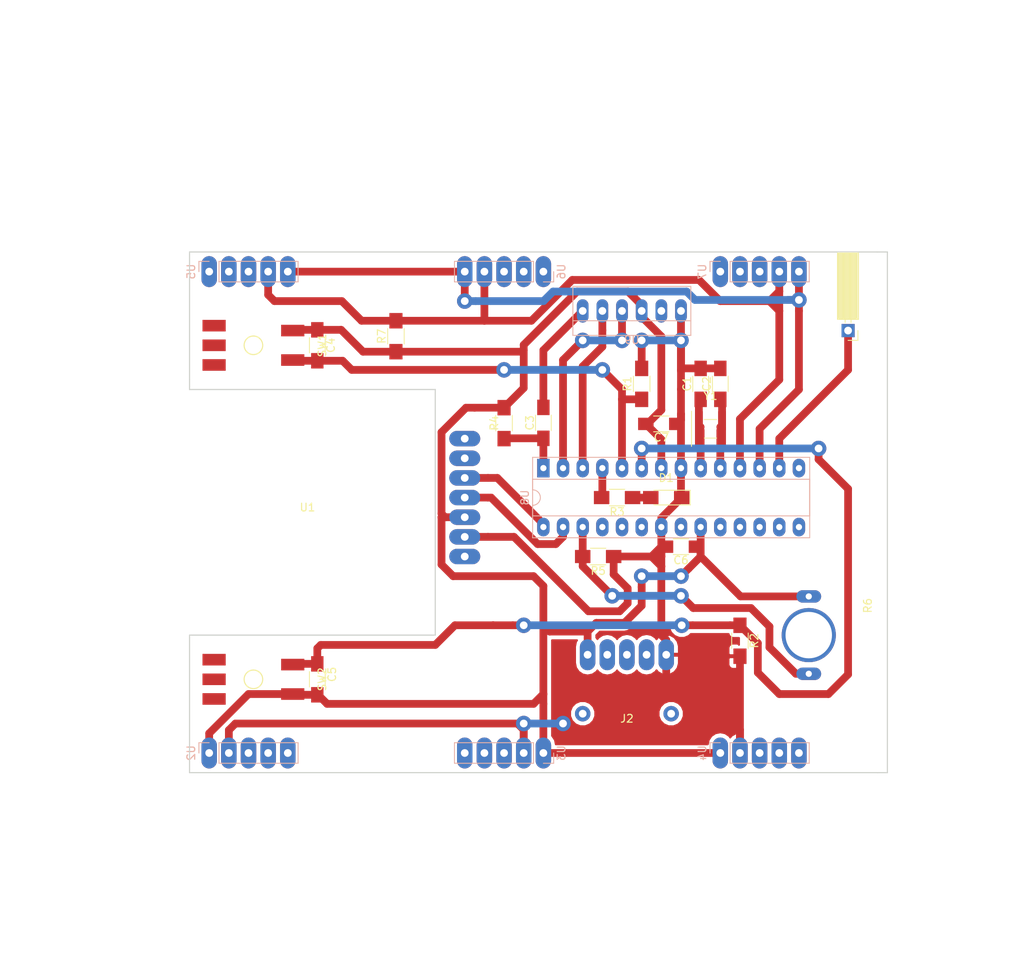
<source format=kicad_pcb>
(kicad_pcb (version 4) (host pcbnew 4.0.6)

  (general
    (links 58)
    (no_connects 1)
    (area 82.320001 12.54 218.67 135.890001)
    (thickness 1.6)
    (drawings 26)
    (tracks 265)
    (zones 0)
    (modules 29)
    (nets 19)
  )

  (page A4)
  (layers
    (0 F.Cu signal)
    (31 B.Cu signal)
    (32 B.Adhes user)
    (33 F.Adhes user)
    (34 B.Paste user hide)
    (35 F.Paste user hide)
    (36 B.SilkS user hide)
    (37 F.SilkS user)
    (38 B.Mask user)
    (39 F.Mask user hide)
    (40 Dwgs.User user)
    (41 Cmts.User user)
    (42 Eco1.User user)
    (43 Eco2.User user)
    (44 Edge.Cuts user)
    (45 Margin user)
    (46 B.CrtYd user)
    (47 F.CrtYd user)
    (48 B.Fab user)
    (49 F.Fab user)
  )

  (setup
    (last_trace_width 1)
    (user_trace_width 1)
    (user_trace_width 1.2)
    (user_trace_width 1.6)
    (user_trace_width 1.8)
    (trace_clearance 0.5)
    (zone_clearance 0.5)
    (zone_45_only no)
    (trace_min 0.5)
    (segment_width 0.2)
    (edge_width 0.15)
    (via_size 2)
    (via_drill 1)
    (via_min_size 0.4)
    (via_min_drill 0.3)
    (uvia_size 0.3)
    (uvia_drill 0.1)
    (uvias_allowed no)
    (uvia_min_size 0.2)
    (uvia_min_drill 0.1)
    (pcb_text_width 0.3)
    (pcb_text_size 1.5 1.5)
    (mod_edge_width 0.15)
    (mod_text_size 1 1)
    (mod_text_width 0.15)
    (pad_size 1.5 3)
    (pad_drill 0)
    (pad_to_mask_clearance 0.2)
    (aux_axis_origin 106.68 44.45)
    (visible_elements 7FFFFFFF)
    (pcbplotparams
      (layerselection 0x01800_00000001)
      (usegerberextensions false)
      (excludeedgelayer true)
      (linewidth 0.100000)
      (plotframeref false)
      (viasonmask false)
      (mode 1)
      (useauxorigin false)
      (hpglpennumber 1)
      (hpglpenspeed 20)
      (hpglpendiameter 15)
      (hpglpenoverlay 2)
      (psnegative false)
      (psa4output false)
      (plotreference true)
      (plotvalue true)
      (plotinvisibletext false)
      (padsonsilk false)
      (subtractmaskfromsilk false)
      (outputformat 5)
      (mirror false)
      (drillshape 0)
      (scaleselection 1)
      (outputdirectory gerber))
  )

  (net 0 "")
  (net 1 MAX_IN)
  (net 2 LATCH)
  (net 3 CLK)
  (net 4 SDA)
  (net 5 SCL)
  (net 6 VCC)
  (net 7 GND)
  (net 8 OSC1)
  (net 9 OSC2)
  (net 10 RESET)
  (net 11 SW1)
  (net 12 SW2)
  (net 13 "Net-(D1-Pad2)")
  (net 14 LED)
  (net 15 RX)
  (net 16 TX)
  (net 17 DTR)
  (net 18 PHOTO)

  (net_class Default "Dies ist die voreingestellte Netzklasse."
    (clearance 0.5)
    (trace_width 1)
    (via_dia 2)
    (via_drill 1)
    (uvia_dia 0.3)
    (uvia_drill 0.1)
    (add_net CLK)
    (add_net DTR)
    (add_net GND)
    (add_net LATCH)
    (add_net LED)
    (add_net MAX_IN)
    (add_net "Net-(D1-Pad2)")
    (add_net OSC1)
    (add_net OSC2)
    (add_net PHOTO)
    (add_net RESET)
    (add_net RX)
    (add_net SCL)
    (add_net SDA)
    (add_net SW1)
    (add_net SW2)
    (add_net TX)
    (add_net VCC)
  )

  (net_class 1mm ""
    (clearance 0.5)
    (trace_width 1)
    (via_dia 2)
    (via_drill 1)
    (uvia_dia 0.3)
    (uvia_drill 0.1)
  )

  (module Socket_Strips:Socket_Strip_Angled_1x01_Pitch2.54mm (layer F.Cu) (tedit 597DE67D) (tstamp 597C5703)
    (at 192.112876 54.76986 270)
    (descr "Through hole angled socket strip, 1x01, 2.54mm pitch, 8.51mm socket length, single row")
    (tags "Through hole angled socket strip THT 1x01 2.54mm single row")
    (path /597B8EB0)
    (fp_text reference J1 (at -4.38 -2.27 270) (layer F.SilkS) hide
      (effects (font (size 1 1) (thickness 0.15)))
    )
    (fp_text value CONN_01X01_MALE (at -4.38 2.27 270) (layer F.Fab)
      (effects (font (size 1 1) (thickness 0.15)))
    )
    (fp_line (start -1.52 -1.27) (end -1.52 1.27) (layer F.Fab) (width 0.1))
    (fp_line (start -1.52 1.27) (end -10.03 1.27) (layer F.Fab) (width 0.1))
    (fp_line (start -10.03 1.27) (end -10.03 -1.27) (layer F.Fab) (width 0.1))
    (fp_line (start -10.03 -1.27) (end -1.52 -1.27) (layer F.Fab) (width 0.1))
    (fp_line (start 0 -0.32) (end 0 0.32) (layer F.Fab) (width 0.1))
    (fp_line (start 0 0.32) (end -1.52 0.32) (layer F.Fab) (width 0.1))
    (fp_line (start -1.52 0.32) (end -1.52 -0.32) (layer F.Fab) (width 0.1))
    (fp_line (start -1.52 -0.32) (end 0 -0.32) (layer F.Fab) (width 0.1))
    (fp_line (start -1.46 -1.33) (end -1.46 1.33) (layer F.SilkS) (width 0.12))
    (fp_line (start -1.46 1.33) (end -10.09 1.33) (layer F.SilkS) (width 0.12))
    (fp_line (start -10.09 1.33) (end -10.09 -1.33) (layer F.SilkS) (width 0.12))
    (fp_line (start -10.09 -1.33) (end -1.46 -1.33) (layer F.SilkS) (width 0.12))
    (fp_line (start -1.46 -1.33) (end -1.46 1.27) (layer F.SilkS) (width 0.12))
    (fp_line (start -1.46 1.27) (end -10.09 1.27) (layer F.SilkS) (width 0.12))
    (fp_line (start -10.09 1.27) (end -10.09 -1.33) (layer F.SilkS) (width 0.12))
    (fp_line (start -10.09 -1.33) (end -1.46 -1.33) (layer F.SilkS) (width 0.12))
    (fp_line (start -1.03 -0.38) (end -1.46 -0.38) (layer F.SilkS) (width 0.12))
    (fp_line (start -1.03 0.38) (end -1.46 0.38) (layer F.SilkS) (width 0.12))
    (fp_line (start -1.46 -1.15) (end -10.09 -1.15) (layer F.SilkS) (width 0.12))
    (fp_line (start -1.46 -1.03) (end -10.09 -1.03) (layer F.SilkS) (width 0.12))
    (fp_line (start -1.46 -0.91) (end -10.09 -0.91) (layer F.SilkS) (width 0.12))
    (fp_line (start -1.46 -0.79) (end -10.09 -0.79) (layer F.SilkS) (width 0.12))
    (fp_line (start -1.46 -0.67) (end -10.09 -0.67) (layer F.SilkS) (width 0.12))
    (fp_line (start -1.46 -0.55) (end -10.09 -0.55) (layer F.SilkS) (width 0.12))
    (fp_line (start -1.46 -0.43) (end -10.09 -0.43) (layer F.SilkS) (width 0.12))
    (fp_line (start -1.46 -0.31) (end -10.09 -0.31) (layer F.SilkS) (width 0.12))
    (fp_line (start -1.46 -0.19) (end -10.09 -0.19) (layer F.SilkS) (width 0.12))
    (fp_line (start -1.46 -0.07) (end -10.09 -0.07) (layer F.SilkS) (width 0.12))
    (fp_line (start -1.46 0.05) (end -10.09 0.05) (layer F.SilkS) (width 0.12))
    (fp_line (start -1.46 0.17) (end -10.09 0.17) (layer F.SilkS) (width 0.12))
    (fp_line (start -1.46 0.29) (end -10.09 0.29) (layer F.SilkS) (width 0.12))
    (fp_line (start -1.46 0.41) (end -10.09 0.41) (layer F.SilkS) (width 0.12))
    (fp_line (start -1.46 0.53) (end -10.09 0.53) (layer F.SilkS) (width 0.12))
    (fp_line (start -1.46 0.65) (end -10.09 0.65) (layer F.SilkS) (width 0.12))
    (fp_line (start -1.46 0.77) (end -10.09 0.77) (layer F.SilkS) (width 0.12))
    (fp_line (start -1.46 0.89) (end -10.09 0.89) (layer F.SilkS) (width 0.12))
    (fp_line (start -1.46 1.01) (end -10.09 1.01) (layer F.SilkS) (width 0.12))
    (fp_line (start -1.46 1.13) (end -10.09 1.13) (layer F.SilkS) (width 0.12))
    (fp_line (start -1.46 1.25) (end -10.09 1.25) (layer F.SilkS) (width 0.12))
    (fp_line (start -1.46 1.37) (end -10.09 1.37) (layer F.SilkS) (width 0.12))
    (fp_line (start 0 -1.27) (end 1.27 -1.27) (layer F.SilkS) (width 0.12))
    (fp_line (start 1.27 -1.27) (end 1.27 0) (layer F.SilkS) (width 0.12))
    (fp_line (start 1.8 -1.8) (end 1.8 1.8) (layer F.CrtYd) (width 0.05))
    (fp_line (start 1.8 1.8) (end -10.55 1.8) (layer F.CrtYd) (width 0.05))
    (fp_line (start -10.55 1.8) (end -10.55 -1.8) (layer F.CrtYd) (width 0.05))
    (fp_line (start -10.55 -1.8) (end 1.8 -1.8) (layer F.CrtYd) (width 0.05))
    (fp_text user %R (at -4.38 -2.27 270) (layer F.Fab) hide
      (effects (font (size 1 1) (thickness 0.15)))
    )
    (pad 1 thru_hole rect (at 0 0 270) (size 1.7 1.7) (drill 1) (layers *.Cu *.Mask)
      (net 1 MAX_IN))
    (model ${KISYS3DMOD}/Socket_Strips.3dshapes/Socket_Strip_Angled_1x01_Pitch2.54mm.wrl
      (at (xyz 0 0 0))
      (scale (xyz 1 1 1))
      (rotate (xyz 0 0 270))
    )
  )

  (module Socket_Strips:Socket_Strip_Straight_1x05_Pitch2.54mm (layer B.Cu) (tedit 58CD5446) (tstamp 597C571C)
    (at 109.562876 109.37986 270)
    (descr "Through hole straight socket strip, 1x05, 2.54mm pitch, single row")
    (tags "Through hole socket strip THT 1x05 2.54mm single row")
    (path /596A2A6D)
    (fp_text reference U2 (at 0 2.33 270) (layer B.SilkS)
      (effects (font (size 1 1) (thickness 0.15)) (justify mirror))
    )
    (fp_text value MAX7219_IN (at 0 -12.49 270) (layer B.Fab)
      (effects (font (size 1 1) (thickness 0.15)) (justify mirror))
    )
    (fp_line (start -1.27 1.27) (end -1.27 -11.43) (layer B.Fab) (width 0.1))
    (fp_line (start -1.27 -11.43) (end 1.27 -11.43) (layer B.Fab) (width 0.1))
    (fp_line (start 1.27 -11.43) (end 1.27 1.27) (layer B.Fab) (width 0.1))
    (fp_line (start 1.27 1.27) (end -1.27 1.27) (layer B.Fab) (width 0.1))
    (fp_line (start -1.33 -1.27) (end -1.33 -11.49) (layer B.SilkS) (width 0.12))
    (fp_line (start -1.33 -11.49) (end 1.33 -11.49) (layer B.SilkS) (width 0.12))
    (fp_line (start 1.33 -11.49) (end 1.33 -1.27) (layer B.SilkS) (width 0.12))
    (fp_line (start 1.33 -1.27) (end -1.33 -1.27) (layer B.SilkS) (width 0.12))
    (fp_line (start -1.33 0) (end -1.33 1.33) (layer B.SilkS) (width 0.12))
    (fp_line (start -1.33 1.33) (end 0 1.33) (layer B.SilkS) (width 0.12))
    (fp_line (start -1.8 1.8) (end -1.8 -11.95) (layer B.CrtYd) (width 0.05))
    (fp_line (start -1.8 -11.95) (end 1.8 -11.95) (layer B.CrtYd) (width 0.05))
    (fp_line (start 1.8 -11.95) (end 1.8 1.8) (layer B.CrtYd) (width 0.05))
    (fp_line (start 1.8 1.8) (end -1.8 1.8) (layer B.CrtYd) (width 0.05))
    (fp_text user %R (at 0 2.33 270) (layer B.Fab)
      (effects (font (size 1 1) (thickness 0.15)) (justify mirror))
    )
    (pad 1 thru_hole oval (at 0 0 270) (size 4 2) (drill 1) (layers *.Cu *.Mask)
      (net 6 VCC))
    (pad 2 thru_hole oval (at 0 -2.54 270) (size 4 2) (drill 1) (layers *.Cu *.Mask)
      (net 7 GND))
    (pad 3 thru_hole oval (at 0 -5.08 270) (size 4 2) (drill 1) (layers *.Cu *.Mask))
    (pad 4 thru_hole oval (at 0 -7.62 270) (size 4 2) (drill 1) (layers *.Cu *.Mask))
    (pad 5 thru_hole oval (at 0 -10.16 270) (size 4 2) (drill 1) (layers *.Cu *.Mask))
    (model ${KISYS3DMOD}/Socket_Strips.3dshapes/Socket_Strip_Straight_1x05_Pitch2.54mm.wrl
      (at (xyz 0 -0.2 0))
      (scale (xyz 1 1 1))
      (rotate (xyz 0 0 270))
    )
  )

  (module Socket_Strips:Socket_Strip_Straight_1x05_Pitch2.54mm (layer B.Cu) (tedit 58CD5446) (tstamp 597C5725)
    (at 152.742876 109.37986 90)
    (descr "Through hole straight socket strip, 1x05, 2.54mm pitch, single row")
    (tags "Through hole socket strip THT 1x05 2.54mm single row")
    (path /597B8DED)
    (fp_text reference U3 (at 0 2.33 90) (layer B.SilkS)
      (effects (font (size 1 1) (thickness 0.15)) (justify mirror))
    )
    (fp_text value MAX7219_IN (at 0 -12.49 90) (layer B.Fab)
      (effects (font (size 1 1) (thickness 0.15)) (justify mirror))
    )
    (fp_line (start -1.27 1.27) (end -1.27 -11.43) (layer B.Fab) (width 0.1))
    (fp_line (start -1.27 -11.43) (end 1.27 -11.43) (layer B.Fab) (width 0.1))
    (fp_line (start 1.27 -11.43) (end 1.27 1.27) (layer B.Fab) (width 0.1))
    (fp_line (start 1.27 1.27) (end -1.27 1.27) (layer B.Fab) (width 0.1))
    (fp_line (start -1.33 -1.27) (end -1.33 -11.49) (layer B.SilkS) (width 0.12))
    (fp_line (start -1.33 -11.49) (end 1.33 -11.49) (layer B.SilkS) (width 0.12))
    (fp_line (start 1.33 -11.49) (end 1.33 -1.27) (layer B.SilkS) (width 0.12))
    (fp_line (start 1.33 -1.27) (end -1.33 -1.27) (layer B.SilkS) (width 0.12))
    (fp_line (start -1.33 0) (end -1.33 1.33) (layer B.SilkS) (width 0.12))
    (fp_line (start -1.33 1.33) (end 0 1.33) (layer B.SilkS) (width 0.12))
    (fp_line (start -1.8 1.8) (end -1.8 -11.95) (layer B.CrtYd) (width 0.05))
    (fp_line (start -1.8 -11.95) (end 1.8 -11.95) (layer B.CrtYd) (width 0.05))
    (fp_line (start 1.8 -11.95) (end 1.8 1.8) (layer B.CrtYd) (width 0.05))
    (fp_line (start 1.8 1.8) (end -1.8 1.8) (layer B.CrtYd) (width 0.05))
    (fp_text user %R (at 0 2.33 90) (layer B.Fab)
      (effects (font (size 1 1) (thickness 0.15)) (justify mirror))
    )
    (pad 1 thru_hole oval (at 0 0 90) (size 4 2) (drill 1) (layers *.Cu *.Mask)
      (net 6 VCC))
    (pad 2 thru_hole oval (at 0 -2.54 90) (size 4 2) (drill 1) (layers *.Cu *.Mask)
      (net 7 GND))
    (pad 3 thru_hole oval (at 0 -5.08 90) (size 4 2) (drill 1) (layers *.Cu *.Mask))
    (pad 4 thru_hole oval (at 0 -7.62 90) (size 4 2) (drill 1) (layers *.Cu *.Mask))
    (pad 5 thru_hole oval (at 0 -10.16 90) (size 4 2) (drill 1) (layers *.Cu *.Mask))
    (model ${KISYS3DMOD}/Socket_Strips.3dshapes/Socket_Strip_Straight_1x05_Pitch2.54mm.wrl
      (at (xyz 0 -0.2 0))
      (scale (xyz 1 1 1))
      (rotate (xyz 0 0 270))
    )
  )

  (module Socket_Strips:Socket_Strip_Straight_1x05_Pitch2.54mm (layer B.Cu) (tedit 58CD5446) (tstamp 597C572E)
    (at 175.602876 109.37986 270)
    (descr "Through hole straight socket strip, 1x05, 2.54mm pitch, single row")
    (tags "Through hole socket strip THT 1x05 2.54mm single row")
    (path /597B8E78)
    (fp_text reference U4 (at 0 2.33 270) (layer B.SilkS)
      (effects (font (size 1 1) (thickness 0.15)) (justify mirror))
    )
    (fp_text value MAX7219_IN (at 0 -12.49 270) (layer B.Fab)
      (effects (font (size 1 1) (thickness 0.15)) (justify mirror))
    )
    (fp_line (start -1.27 1.27) (end -1.27 -11.43) (layer B.Fab) (width 0.1))
    (fp_line (start -1.27 -11.43) (end 1.27 -11.43) (layer B.Fab) (width 0.1))
    (fp_line (start 1.27 -11.43) (end 1.27 1.27) (layer B.Fab) (width 0.1))
    (fp_line (start 1.27 1.27) (end -1.27 1.27) (layer B.Fab) (width 0.1))
    (fp_line (start -1.33 -1.27) (end -1.33 -11.49) (layer B.SilkS) (width 0.12))
    (fp_line (start -1.33 -11.49) (end 1.33 -11.49) (layer B.SilkS) (width 0.12))
    (fp_line (start 1.33 -11.49) (end 1.33 -1.27) (layer B.SilkS) (width 0.12))
    (fp_line (start 1.33 -1.27) (end -1.33 -1.27) (layer B.SilkS) (width 0.12))
    (fp_line (start -1.33 0) (end -1.33 1.33) (layer B.SilkS) (width 0.12))
    (fp_line (start -1.33 1.33) (end 0 1.33) (layer B.SilkS) (width 0.12))
    (fp_line (start -1.8 1.8) (end -1.8 -11.95) (layer B.CrtYd) (width 0.05))
    (fp_line (start -1.8 -11.95) (end 1.8 -11.95) (layer B.CrtYd) (width 0.05))
    (fp_line (start 1.8 -11.95) (end 1.8 1.8) (layer B.CrtYd) (width 0.05))
    (fp_line (start 1.8 1.8) (end -1.8 1.8) (layer B.CrtYd) (width 0.05))
    (fp_text user %R (at 0 2.33 270) (layer B.Fab)
      (effects (font (size 1 1) (thickness 0.15)) (justify mirror))
    )
    (pad 1 thru_hole oval (at 0 0 270) (size 4 2) (drill 1) (layers *.Cu *.Mask)
      (net 6 VCC))
    (pad 2 thru_hole oval (at 0 -2.54 270) (size 4 2) (drill 1) (layers *.Cu *.Mask)
      (net 7 GND))
    (pad 3 thru_hole oval (at 0 -5.08 270) (size 4 2) (drill 1) (layers *.Cu *.Mask))
    (pad 4 thru_hole oval (at 0 -7.62 270) (size 4 2) (drill 1) (layers *.Cu *.Mask))
    (pad 5 thru_hole oval (at 0 -10.16 270) (size 4 2) (drill 1) (layers *.Cu *.Mask))
    (model ${KISYS3DMOD}/Socket_Strips.3dshapes/Socket_Strip_Straight_1x05_Pitch2.54mm.wrl
      (at (xyz 0 -0.2 0))
      (scale (xyz 1 1 1))
      (rotate (xyz 0 0 270))
    )
  )

  (module Socket_Strips:Socket_Strip_Straight_1x05_Pitch2.54mm (layer B.Cu) (tedit 597C7995) (tstamp 597C5737)
    (at 109.562876 47.14986 270)
    (descr "Through hole straight socket strip, 1x05, 2.54mm pitch, single row")
    (tags "Through hole socket strip THT 1x05 2.54mm single row")
    (path /597B8E8D)
    (fp_text reference U5 (at 0 2.33 270) (layer B.SilkS)
      (effects (font (size 1 1) (thickness 0.15)) (justify mirror))
    )
    (fp_text value MAX7219_IN (at 0 -12.49 270) (layer B.Fab)
      (effects (font (size 1 1) (thickness 0.15)) (justify mirror))
    )
    (fp_line (start -1.27 1.27) (end -1.27 -11.43) (layer B.Fab) (width 0.1))
    (fp_line (start -1.27 -11.43) (end 1.27 -11.43) (layer B.Fab) (width 0.1))
    (fp_line (start 1.27 -11.43) (end 1.27 1.27) (layer B.Fab) (width 0.1))
    (fp_line (start 1.27 1.27) (end -1.27 1.27) (layer B.Fab) (width 0.1))
    (fp_line (start -1.33 -1.27) (end -1.33 -11.49) (layer B.SilkS) (width 0.12))
    (fp_line (start -1.33 -11.49) (end 1.33 -11.49) (layer B.SilkS) (width 0.12))
    (fp_line (start 1.33 -11.49) (end 1.33 -1.27) (layer B.SilkS) (width 0.12))
    (fp_line (start 1.33 -1.27) (end -1.33 -1.27) (layer B.SilkS) (width 0.12))
    (fp_line (start -1.33 0) (end -1.33 1.33) (layer B.SilkS) (width 0.12))
    (fp_line (start -1.33 1.33) (end 0 1.33) (layer B.SilkS) (width 0.12))
    (fp_line (start -1.8 1.8) (end -1.8 -11.95) (layer B.CrtYd) (width 0.05))
    (fp_line (start -1.8 -11.95) (end 1.8 -11.95) (layer B.CrtYd) (width 0.05))
    (fp_line (start 1.8 -11.95) (end 1.8 1.8) (layer B.CrtYd) (width 0.05))
    (fp_line (start 1.8 1.8) (end -1.8 1.8) (layer B.CrtYd) (width 0.05))
    (fp_text user %R (at 0 2.33 270) (layer B.Fab)
      (effects (font (size 1 1) (thickness 0.15)) (justify mirror))
    )
    (pad 1 thru_hole oval (at 0 0 270) (size 4 2) (drill 1) (layers *.Cu *.Mask))
    (pad 2 thru_hole oval (at 0 -2.54 270) (size 4 2) (drill 1) (layers *.Cu *.Mask))
    (pad 3 thru_hole oval (at 0 -5.08 270) (size 4 2) (drill 1) (layers *.Cu *.Mask))
    (pad 4 thru_hole oval (at 0 -7.62 270) (size 4 2) (drill 1) (layers *.Cu *.Mask)
      (net 2 LATCH))
    (pad 5 thru_hole oval (at 0 -10.16 270) (size 4 2) (drill 1) (layers *.Cu *.Mask)
      (net 3 CLK))
    (model ${KISYS3DMOD}/Socket_Strips.3dshapes/Socket_Strip_Straight_1x05_Pitch2.54mm.wrl
      (at (xyz 0 -0.2 0))
      (scale (xyz 1 1 1))
      (rotate (xyz 0 0 270))
    )
  )

  (module Socket_Strips:Socket_Strip_Straight_1x05_Pitch2.54mm (layer B.Cu) (tedit 58CD5446) (tstamp 597C607C)
    (at 152.742876 47.14986 90)
    (descr "Through hole straight socket strip, 1x05, 2.54mm pitch, single row")
    (tags "Through hole socket strip THT 1x05 2.54mm single row")
    (path /597C60B3)
    (fp_text reference U6 (at 0 2.33 90) (layer B.SilkS)
      (effects (font (size 1 1) (thickness 0.15)) (justify mirror))
    )
    (fp_text value MAX7219_IN (at 0 -12.49 90) (layer B.Fab)
      (effects (font (size 1 1) (thickness 0.15)) (justify mirror))
    )
    (fp_line (start -1.27 1.27) (end -1.27 -11.43) (layer B.Fab) (width 0.1))
    (fp_line (start -1.27 -11.43) (end 1.27 -11.43) (layer B.Fab) (width 0.1))
    (fp_line (start 1.27 -11.43) (end 1.27 1.27) (layer B.Fab) (width 0.1))
    (fp_line (start 1.27 1.27) (end -1.27 1.27) (layer B.Fab) (width 0.1))
    (fp_line (start -1.33 -1.27) (end -1.33 -11.49) (layer B.SilkS) (width 0.12))
    (fp_line (start -1.33 -11.49) (end 1.33 -11.49) (layer B.SilkS) (width 0.12))
    (fp_line (start 1.33 -11.49) (end 1.33 -1.27) (layer B.SilkS) (width 0.12))
    (fp_line (start 1.33 -1.27) (end -1.33 -1.27) (layer B.SilkS) (width 0.12))
    (fp_line (start -1.33 0) (end -1.33 1.33) (layer B.SilkS) (width 0.12))
    (fp_line (start -1.33 1.33) (end 0 1.33) (layer B.SilkS) (width 0.12))
    (fp_line (start -1.8 1.8) (end -1.8 -11.95) (layer B.CrtYd) (width 0.05))
    (fp_line (start -1.8 -11.95) (end 1.8 -11.95) (layer B.CrtYd) (width 0.05))
    (fp_line (start 1.8 -11.95) (end 1.8 1.8) (layer B.CrtYd) (width 0.05))
    (fp_line (start 1.8 1.8) (end -1.8 1.8) (layer B.CrtYd) (width 0.05))
    (fp_text user %R (at 0 2.33 90) (layer B.Fab)
      (effects (font (size 1 1) (thickness 0.15)) (justify mirror))
    )
    (pad 1 thru_hole oval (at 0 0 90) (size 4 2) (drill 1) (layers *.Cu *.Mask))
    (pad 2 thru_hole oval (at 0 -2.54 90) (size 4 2) (drill 1) (layers *.Cu *.Mask))
    (pad 3 thru_hole oval (at 0 -5.08 90) (size 4 2) (drill 1) (layers *.Cu *.Mask))
    (pad 4 thru_hole oval (at 0 -7.62 90) (size 4 2) (drill 1) (layers *.Cu *.Mask)
      (net 2 LATCH))
    (pad 5 thru_hole oval (at 0 -10.16 90) (size 4 2) (drill 1) (layers *.Cu *.Mask)
      (net 3 CLK))
    (model ${KISYS3DMOD}/Socket_Strips.3dshapes/Socket_Strip_Straight_1x05_Pitch2.54mm.wrl
      (at (xyz 0 -0.2 0))
      (scale (xyz 1 1 1))
      (rotate (xyz 0 0 270))
    )
  )

  (module Socket_Strips:Socket_Strip_Straight_1x05_Pitch2.54mm (layer B.Cu) (tedit 58CD5446) (tstamp 597C6085)
    (at 175.602876 47.14986 270)
    (descr "Through hole straight socket strip, 1x05, 2.54mm pitch, single row")
    (tags "Through hole socket strip THT 1x05 2.54mm single row")
    (path /597C60C8)
    (fp_text reference U7 (at 0 2.33 270) (layer B.SilkS)
      (effects (font (size 1 1) (thickness 0.15)) (justify mirror))
    )
    (fp_text value MAX7219_IN (at 0 -12.49 270) (layer B.Fab)
      (effects (font (size 1 1) (thickness 0.15)) (justify mirror))
    )
    (fp_line (start -1.27 1.27) (end -1.27 -11.43) (layer B.Fab) (width 0.1))
    (fp_line (start -1.27 -11.43) (end 1.27 -11.43) (layer B.Fab) (width 0.1))
    (fp_line (start 1.27 -11.43) (end 1.27 1.27) (layer B.Fab) (width 0.1))
    (fp_line (start 1.27 1.27) (end -1.27 1.27) (layer B.Fab) (width 0.1))
    (fp_line (start -1.33 -1.27) (end -1.33 -11.49) (layer B.SilkS) (width 0.12))
    (fp_line (start -1.33 -11.49) (end 1.33 -11.49) (layer B.SilkS) (width 0.12))
    (fp_line (start 1.33 -11.49) (end 1.33 -1.27) (layer B.SilkS) (width 0.12))
    (fp_line (start 1.33 -1.27) (end -1.33 -1.27) (layer B.SilkS) (width 0.12))
    (fp_line (start -1.33 0) (end -1.33 1.33) (layer B.SilkS) (width 0.12))
    (fp_line (start -1.33 1.33) (end 0 1.33) (layer B.SilkS) (width 0.12))
    (fp_line (start -1.8 1.8) (end -1.8 -11.95) (layer B.CrtYd) (width 0.05))
    (fp_line (start -1.8 -11.95) (end 1.8 -11.95) (layer B.CrtYd) (width 0.05))
    (fp_line (start 1.8 -11.95) (end 1.8 1.8) (layer B.CrtYd) (width 0.05))
    (fp_line (start 1.8 1.8) (end -1.8 1.8) (layer B.CrtYd) (width 0.05))
    (fp_text user %R (at 0 2.33 270) (layer B.Fab)
      (effects (font (size 1 1) (thickness 0.15)) (justify mirror))
    )
    (pad 1 thru_hole oval (at 0 0 270) (size 4 2) (drill 1) (layers *.Cu *.Mask))
    (pad 2 thru_hole oval (at 0 -2.54 270) (size 4 2) (drill 1) (layers *.Cu *.Mask))
    (pad 3 thru_hole oval (at 0 -5.08 270) (size 4 2) (drill 1) (layers *.Cu *.Mask))
    (pad 4 thru_hole oval (at 0 -7.62 270) (size 4 2) (drill 1) (layers *.Cu *.Mask)
      (net 2 LATCH))
    (pad 5 thru_hole oval (at 0 -10.16 270) (size 4 2) (drill 1) (layers *.Cu *.Mask)
      (net 3 CLK))
    (model ${KISYS3DMOD}/Socket_Strips.3dshapes/Socket_Strip_Straight_1x05_Pitch2.54mm.wrl
      (at (xyz 0 -0.2 0))
      (scale (xyz 1 1 1))
      (rotate (xyz 0 0 270))
    )
  )

  (module Capacitors_SMD:C_1206_HandSoldering (layer F.Cu) (tedit 58AA84D1) (tstamp 598F1998)
    (at 123.532876 56.67486 270)
    (descr "Capacitor SMD 1206, hand soldering")
    (tags "capacitor 1206")
    (path /598F6208)
    (attr smd)
    (fp_text reference C4 (at 0 -1.75 270) (layer F.SilkS)
      (effects (font (size 1 1) (thickness 0.15)))
    )
    (fp_text value 100nF (at 0 2 270) (layer F.Fab)
      (effects (font (size 1 1) (thickness 0.15)))
    )
    (fp_text user %R (at 0 -1.75 270) (layer F.Fab)
      (effects (font (size 1 1) (thickness 0.15)))
    )
    (fp_line (start -1.6 0.8) (end -1.6 -0.8) (layer F.Fab) (width 0.1))
    (fp_line (start 1.6 0.8) (end -1.6 0.8) (layer F.Fab) (width 0.1))
    (fp_line (start 1.6 -0.8) (end 1.6 0.8) (layer F.Fab) (width 0.1))
    (fp_line (start -1.6 -0.8) (end 1.6 -0.8) (layer F.Fab) (width 0.1))
    (fp_line (start 1 -1.02) (end -1 -1.02) (layer F.SilkS) (width 0.12))
    (fp_line (start -1 1.02) (end 1 1.02) (layer F.SilkS) (width 0.12))
    (fp_line (start -3.25 -1.05) (end 3.25 -1.05) (layer F.CrtYd) (width 0.05))
    (fp_line (start -3.25 -1.05) (end -3.25 1.05) (layer F.CrtYd) (width 0.05))
    (fp_line (start 3.25 1.05) (end 3.25 -1.05) (layer F.CrtYd) (width 0.05))
    (fp_line (start 3.25 1.05) (end -3.25 1.05) (layer F.CrtYd) (width 0.05))
    (pad 1 smd rect (at -2 0 270) (size 2 1.6) (layers F.Cu F.Paste F.Mask)
      (net 6 VCC))
    (pad 2 smd rect (at 2 0 270) (size 2 1.6) (layers F.Cu F.Paste F.Mask)
      (net 11 SW1))
    (model Capacitors_SMD.3dshapes/C_1206.wrl
      (at (xyz 0 0 0))
      (scale (xyz 1 1 1))
      (rotate (xyz 0 0 0))
    )
  )

  (module Capacitors_SMD:C_1206_HandSoldering (layer F.Cu) (tedit 58AA84D1) (tstamp 598F199E)
    (at 123.532876 99.85486 270)
    (descr "Capacitor SMD 1206, hand soldering")
    (tags "capacitor 1206")
    (path /598F6A52)
    (attr smd)
    (fp_text reference C5 (at -0.635 -1.905 270) (layer F.SilkS)
      (effects (font (size 1 1) (thickness 0.15)))
    )
    (fp_text value 100nF (at 0 1.905 270) (layer F.Fab)
      (effects (font (size 1 1) (thickness 0.15)))
    )
    (fp_text user %R (at 1.27 -1.905 270) (layer F.Fab)
      (effects (font (size 1 1) (thickness 0.15)))
    )
    (fp_line (start -1.6 0.8) (end -1.6 -0.8) (layer F.Fab) (width 0.1))
    (fp_line (start 1.6 0.8) (end -1.6 0.8) (layer F.Fab) (width 0.1))
    (fp_line (start 1.6 -0.8) (end 1.6 0.8) (layer F.Fab) (width 0.1))
    (fp_line (start -1.6 -0.8) (end 1.6 -0.8) (layer F.Fab) (width 0.1))
    (fp_line (start 1 -1.02) (end -1 -1.02) (layer F.SilkS) (width 0.12))
    (fp_line (start -1 1.02) (end 1 1.02) (layer F.SilkS) (width 0.12))
    (fp_line (start -3.25 -1.05) (end 3.25 -1.05) (layer F.CrtYd) (width 0.05))
    (fp_line (start -3.25 -1.05) (end -3.25 1.05) (layer F.CrtYd) (width 0.05))
    (fp_line (start 3.25 1.05) (end 3.25 -1.05) (layer F.CrtYd) (width 0.05))
    (fp_line (start 3.25 1.05) (end -3.25 1.05) (layer F.CrtYd) (width 0.05))
    (pad 1 smd rect (at -2 0 270) (size 2 1.6) (layers F.Cu F.Paste F.Mask)
      (net 12 SW2))
    (pad 2 smd rect (at 2 0 270) (size 2 1.6) (layers F.Cu F.Paste F.Mask)
      (net 6 VCC))
    (model Capacitors_SMD.3dshapes/C_1206.wrl
      (at (xyz 0 0 0))
      (scale (xyz 1 1 1))
      (rotate (xyz 0 0 0))
    )
  )

  (module LEDs:LED_1206_HandSoldering (layer F.Cu) (tedit 595FC724) (tstamp 598F19A4)
    (at 168.617876 76.35986 180)
    (descr "LED SMD 1206, hand soldering")
    (tags "LED 1206")
    (path /598F0345)
    (attr smd)
    (fp_text reference D1 (at 0 2.54 180) (layer F.SilkS)
      (effects (font (size 1 1) (thickness 0.15)))
    )
    (fp_text value LED (at 0 1.9 180) (layer F.Fab)
      (effects (font (size 1 1) (thickness 0.15)))
    )
    (fp_line (start -3.1 -0.95) (end -3.1 0.95) (layer F.SilkS) (width 0.12))
    (fp_line (start -0.4 0) (end 0.2 -0.4) (layer F.Fab) (width 0.1))
    (fp_line (start 0.2 -0.4) (end 0.2 0.4) (layer F.Fab) (width 0.1))
    (fp_line (start 0.2 0.4) (end -0.4 0) (layer F.Fab) (width 0.1))
    (fp_line (start -0.45 -0.4) (end -0.45 0.4) (layer F.Fab) (width 0.1))
    (fp_line (start -1.6 0.8) (end -1.6 -0.8) (layer F.Fab) (width 0.1))
    (fp_line (start 1.6 0.8) (end -1.6 0.8) (layer F.Fab) (width 0.1))
    (fp_line (start 1.6 -0.8) (end 1.6 0.8) (layer F.Fab) (width 0.1))
    (fp_line (start -1.6 -0.8) (end 1.6 -0.8) (layer F.Fab) (width 0.1))
    (fp_line (start -3.1 0.95) (end 1.6 0.95) (layer F.SilkS) (width 0.12))
    (fp_line (start -3.1 -0.95) (end 1.6 -0.95) (layer F.SilkS) (width 0.12))
    (fp_line (start -3.25 -1.11) (end 3.25 -1.11) (layer F.CrtYd) (width 0.05))
    (fp_line (start -3.25 -1.11) (end -3.25 1.1) (layer F.CrtYd) (width 0.05))
    (fp_line (start 3.25 1.1) (end 3.25 -1.11) (layer F.CrtYd) (width 0.05))
    (fp_line (start 3.25 1.1) (end -3.25 1.1) (layer F.CrtYd) (width 0.05))
    (pad 1 smd rect (at -2 0 180) (size 2 1.7) (layers F.Cu F.Paste F.Mask)
      (net 7 GND))
    (pad 2 smd rect (at 2 0 180) (size 2 1.7) (layers F.Cu F.Paste F.Mask)
      (net 13 "Net-(D1-Pad2)"))
    (model ${KISYS3DMOD}/LEDs.3dshapes/LED_1206.wrl
      (at (xyz 0 0 0))
      (scale (xyz 1 1 1))
      (rotate (xyz 0 0 180))
    )
  )

  (module Resistors_SMD:R_1206_HandSoldering (layer F.Cu) (tedit 58E0A804) (tstamp 598F19B9)
    (at 165.442876 61.65986 90)
    (descr "Resistor SMD 1206, hand soldering")
    (tags "resistor 1206")
    (path /598F638D)
    (attr smd)
    (fp_text reference R1 (at 0 -1.85 90) (layer F.SilkS)
      (effects (font (size 1 1) (thickness 0.15)))
    )
    (fp_text value 10k (at 0 1.9 90) (layer F.Fab)
      (effects (font (size 1 1) (thickness 0.15)))
    )
    (fp_text user %R (at 0 0 90) (layer F.Fab)
      (effects (font (size 0.7 0.7) (thickness 0.105)))
    )
    (fp_line (start -1.6 0.8) (end -1.6 -0.8) (layer F.Fab) (width 0.1))
    (fp_line (start 1.6 0.8) (end -1.6 0.8) (layer F.Fab) (width 0.1))
    (fp_line (start 1.6 -0.8) (end 1.6 0.8) (layer F.Fab) (width 0.1))
    (fp_line (start -1.6 -0.8) (end 1.6 -0.8) (layer F.Fab) (width 0.1))
    (fp_line (start 1 1.07) (end -1 1.07) (layer F.SilkS) (width 0.12))
    (fp_line (start -1 -1.07) (end 1 -1.07) (layer F.SilkS) (width 0.12))
    (fp_line (start -3.25 -1.11) (end 3.25 -1.11) (layer F.CrtYd) (width 0.05))
    (fp_line (start -3.25 -1.11) (end -3.25 1.1) (layer F.CrtYd) (width 0.05))
    (fp_line (start 3.25 1.1) (end 3.25 -1.11) (layer F.CrtYd) (width 0.05))
    (fp_line (start 3.25 1.1) (end -3.25 1.1) (layer F.CrtYd) (width 0.05))
    (pad 1 smd rect (at -2 0 90) (size 2 1.7) (layers F.Cu F.Paste F.Mask)
      (net 11 SW1))
    (pad 2 smd rect (at 2 0 90) (size 2 1.7) (layers F.Cu F.Paste F.Mask)
      (net 7 GND))
    (model ${KISYS3DMOD}/Resistors_SMD.3dshapes/R_1206.wrl
      (at (xyz 0 0 0))
      (scale (xyz 1 1 1))
      (rotate (xyz 0 0 0))
    )
  )

  (module Resistors_SMD:R_1206_HandSoldering (layer F.Cu) (tedit 58E0A804) (tstamp 598F19BF)
    (at 178.142876 94.86986 270)
    (descr "Resistor SMD 1206, hand soldering")
    (tags "resistor 1206")
    (path /598F6A5C)
    (attr smd)
    (fp_text reference R2 (at 0 -1.85 270) (layer F.SilkS)
      (effects (font (size 1 1) (thickness 0.15)))
    )
    (fp_text value 10k (at 0 1.9 270) (layer F.Fab)
      (effects (font (size 1 1) (thickness 0.15)))
    )
    (fp_text user %R (at 0 0 270) (layer F.Fab)
      (effects (font (size 0.7 0.7) (thickness 0.105)))
    )
    (fp_line (start -1.6 0.8) (end -1.6 -0.8) (layer F.Fab) (width 0.1))
    (fp_line (start 1.6 0.8) (end -1.6 0.8) (layer F.Fab) (width 0.1))
    (fp_line (start 1.6 -0.8) (end 1.6 0.8) (layer F.Fab) (width 0.1))
    (fp_line (start -1.6 -0.8) (end 1.6 -0.8) (layer F.Fab) (width 0.1))
    (fp_line (start 1 1.07) (end -1 1.07) (layer F.SilkS) (width 0.12))
    (fp_line (start -1 -1.07) (end 1 -1.07) (layer F.SilkS) (width 0.12))
    (fp_line (start -3.25 -1.11) (end 3.25 -1.11) (layer F.CrtYd) (width 0.05))
    (fp_line (start -3.25 -1.11) (end -3.25 1.1) (layer F.CrtYd) (width 0.05))
    (fp_line (start 3.25 1.1) (end 3.25 -1.11) (layer F.CrtYd) (width 0.05))
    (fp_line (start 3.25 1.1) (end -3.25 1.1) (layer F.CrtYd) (width 0.05))
    (pad 1 smd rect (at -2 0 270) (size 2 1.7) (layers F.Cu F.Paste F.Mask)
      (net 12 SW2))
    (pad 2 smd rect (at 2 0 270) (size 2 1.7) (layers F.Cu F.Paste F.Mask)
      (net 7 GND))
    (model ${KISYS3DMOD}/Resistors_SMD.3dshapes/R_1206.wrl
      (at (xyz 0 0 0))
      (scale (xyz 1 1 1))
      (rotate (xyz 0 0 0))
    )
  )

  (module Housings_DIP:DIP-28_W7.62mm_Socket_LongPads (layer B.Cu) (tedit 598F1EB7) (tstamp 598F19F5)
    (at 152.742876 72.54986 270)
    (descr "28-lead dip package, row spacing 7.62 mm (300 mils), Socket, LongPads")
    (tags "DIL DIP PDIP 2.54mm 7.62mm 300mil Socket LongPads")
    (path /598DF1B2)
    (fp_text reference U8 (at 3.81 2.39 270) (layer B.SilkS)
      (effects (font (size 1 1) (thickness 0.15)) (justify mirror))
    )
    (fp_text value ATMEGA328P-PU (at 3.81 -35.41 270) (layer B.Fab)
      (effects (font (size 1 1) (thickness 0.15)) (justify mirror))
    )
    (fp_text user %R (at 3.81 -16.51 270) (layer B.Fab)
      (effects (font (size 1 1) (thickness 0.15)) (justify mirror))
    )
    (fp_line (start 1.635 1.27) (end 6.985 1.27) (layer B.Fab) (width 0.1))
    (fp_line (start 6.985 1.27) (end 6.985 -34.29) (layer B.Fab) (width 0.1))
    (fp_line (start 6.985 -34.29) (end 0.635 -34.29) (layer B.Fab) (width 0.1))
    (fp_line (start 0.635 -34.29) (end 0.635 0.27) (layer B.Fab) (width 0.1))
    (fp_line (start 0.635 0.27) (end 1.635 1.27) (layer B.Fab) (width 0.1))
    (fp_line (start -1.27 1.27) (end -1.27 -34.29) (layer B.Fab) (width 0.1))
    (fp_line (start -1.27 -34.29) (end 8.89 -34.29) (layer B.Fab) (width 0.1))
    (fp_line (start 8.89 -34.29) (end 8.89 1.27) (layer B.Fab) (width 0.1))
    (fp_line (start 8.89 1.27) (end -1.27 1.27) (layer B.Fab) (width 0.1))
    (fp_line (start 2.81 1.39) (end 1.44 1.39) (layer B.SilkS) (width 0.12))
    (fp_line (start 1.44 1.39) (end 1.44 -34.41) (layer B.SilkS) (width 0.12))
    (fp_line (start 1.44 -34.41) (end 6.18 -34.41) (layer B.SilkS) (width 0.12))
    (fp_line (start 6.18 -34.41) (end 6.18 1.39) (layer B.SilkS) (width 0.12))
    (fp_line (start 6.18 1.39) (end 4.81 1.39) (layer B.SilkS) (width 0.12))
    (fp_line (start -1.39 1.39) (end -1.39 -34.41) (layer B.SilkS) (width 0.12))
    (fp_line (start -1.39 -34.41) (end 9.01 -34.41) (layer B.SilkS) (width 0.12))
    (fp_line (start 9.01 -34.41) (end 9.01 1.39) (layer B.SilkS) (width 0.12))
    (fp_line (start 9.01 1.39) (end -1.39 1.39) (layer B.SilkS) (width 0.12))
    (fp_line (start -1.7 1.7) (end -1.7 -34.7) (layer B.CrtYd) (width 0.05))
    (fp_line (start -1.7 -34.7) (end 9.3 -34.7) (layer B.CrtYd) (width 0.05))
    (fp_line (start 9.3 -34.7) (end 9.3 1.7) (layer B.CrtYd) (width 0.05))
    (fp_line (start 9.3 1.7) (end -1.7 1.7) (layer B.CrtYd) (width 0.05))
    (fp_arc (start 3.81 1.39) (end 2.81 1.39) (angle 180) (layer B.SilkS) (width 0.12))
    (pad 1 thru_hole rect (at 0 0 270) (size 2.4 1.6) (drill 0.8) (layers *.Cu *.Mask)
      (net 10 RESET))
    (pad 15 thru_hole oval (at 7.62 -33.02 270) (size 2.4 1.6) (drill 0.8) (layers *.Cu *.Mask))
    (pad 2 thru_hole oval (at 0 -2.54 270) (size 2.4 1.6) (drill 0.8) (layers *.Cu *.Mask)
      (net 15 RX))
    (pad 16 thru_hole oval (at 7.62 -30.48 270) (size 2.4 1.6) (drill 0.8) (layers *.Cu *.Mask))
    (pad 3 thru_hole oval (at 0 -5.08 270) (size 2.4 1.6) (drill 0.8) (layers *.Cu *.Mask)
      (net 16 TX))
    (pad 17 thru_hole oval (at 7.62 -27.94 270) (size 2.4 1.6) (drill 0.8) (layers *.Cu *.Mask))
    (pad 4 thru_hole oval (at 0 -7.62 270) (size 2.4 1.6) (drill 0.8) (layers *.Cu *.Mask)
      (net 14 LED))
    (pad 18 thru_hole oval (at 7.62 -25.4 270) (size 2.4 1.6) (drill 0.8) (layers *.Cu *.Mask))
    (pad 5 thru_hole oval (at 0 -10.16 270) (size 2.4 1.6) (drill 0.8) (layers *.Cu *.Mask)
      (net 11 SW1))
    (pad 19 thru_hole oval (at 7.62 -22.86 270) (size 2.4 1.6) (drill 0.8) (layers *.Cu *.Mask))
    (pad 6 thru_hole oval (at 0 -12.7 270) (size 2.4 1.6) (drill 0.8) (layers *.Cu *.Mask)
      (net 12 SW2))
    (pad 20 thru_hole oval (at 7.62 -20.32 270) (size 2.4 1.6) (drill 0.8) (layers *.Cu *.Mask)
      (net 6 VCC))
    (pad 7 thru_hole oval (at 0 -15.24 270) (size 2.4 1.6) (drill 0.8) (layers *.Cu *.Mask)
      (net 6 VCC))
    (pad 21 thru_hole oval (at 7.62 -17.78 270) (size 2.4 1.6) (drill 0.8) (layers *.Cu *.Mask))
    (pad 8 thru_hole oval (at 0 -17.78 270) (size 2.4 1.6) (drill 0.8) (layers *.Cu *.Mask)
      (net 7 GND))
    (pad 22 thru_hole oval (at 7.62 -15.24 270) (size 2.4 1.6) (drill 0.8) (layers *.Cu *.Mask)
      (net 7 GND))
    (pad 9 thru_hole oval (at 0 -20.32 270) (size 2.4 1.6) (drill 0.8) (layers *.Cu *.Mask)
      (net 8 OSC1))
    (pad 23 thru_hole oval (at 7.62 -12.7 270) (size 2.4 1.6) (drill 0.8) (layers *.Cu *.Mask))
    (pad 10 thru_hole oval (at 0 -22.86 270) (size 2.4 1.6) (drill 0.8) (layers *.Cu *.Mask)
      (net 9 OSC2))
    (pad 24 thru_hole oval (at 7.62 -10.16 270) (size 2.4 1.6) (drill 0.8) (layers *.Cu *.Mask))
    (pad 11 thru_hole oval (at 0 -25.4 270) (size 2.4 1.6) (drill 0.8) (layers *.Cu *.Mask)
      (net 2 LATCH))
    (pad 25 thru_hole oval (at 7.62 -7.62 270) (size 2.4 1.6) (drill 0.8) (layers *.Cu *.Mask))
    (pad 12 thru_hole oval (at 0 -27.94 270) (size 2.4 1.6) (drill 0.8) (layers *.Cu *.Mask)
      (net 3 CLK))
    (pad 26 thru_hole oval (at 7.62 -5.08 270) (size 2.4 1.6) (drill 0.8) (layers *.Cu *.Mask)
      (net 18 PHOTO))
    (pad 13 thru_hole oval (at 0 -30.48 270) (size 2.4 1.6) (drill 0.8) (layers *.Cu *.Mask)
      (net 1 MAX_IN))
    (pad 27 thru_hole oval (at 7.62 -2.54 270) (size 2.4 1.6) (drill 0.8) (layers *.Cu *.Mask)
      (net 4 SDA))
    (pad 14 thru_hole oval (at 0 -33.02 270) (size 2.4 1.6) (drill 0.8) (layers *.Cu *.Mask))
    (pad 28 thru_hole oval (at 7.62 0 270) (size 2.4 1.6) (drill 0.8) (layers *.Cu *.Mask)
      (net 5 SCL))
    (model ${KISYS3DMOD}/Housings_DIP.3dshapes/DIP-28_W7.62mm_Socket_LongPads.wrl
      (at (xyz 0 0 0))
      (scale (xyz 1 1 1))
      (rotate (xyz 0 0 0))
    )
  )

  (module Connectors:PINHEAD1-6 (layer B.Cu) (tedit 0) (tstamp 598F19FF)
    (at 157.822876 52.22986)
    (path /598E1785)
    (fp_text reference U9 (at 6.35 3.75) (layer B.SilkS)
      (effects (font (size 1 1) (thickness 0.15)) (justify mirror))
    )
    (fp_text value FTDI1232 (at 6.35 -3.81) (layer B.Fab)
      (effects (font (size 1 1) (thickness 0.15)) (justify mirror))
    )
    (fp_line (start 6.35 -3.17) (end 13.97 -3.17) (layer B.SilkS) (width 0.12))
    (fp_line (start 6.35 1.27) (end 13.97 1.27) (layer B.SilkS) (width 0.12))
    (fp_line (start 6.35 3.17) (end 13.97 3.17) (layer B.SilkS) (width 0.12))
    (fp_line (start -1.27 3.17) (end -1.27 -3.17) (layer B.SilkS) (width 0.12))
    (fp_line (start 13.97 3.17) (end 13.97 -3.17) (layer B.SilkS) (width 0.12))
    (fp_line (start 6.35 1.27) (end -1.27 1.27) (layer B.SilkS) (width 0.12))
    (fp_line (start -1.27 3.17) (end 6.35 3.17) (layer B.SilkS) (width 0.12))
    (fp_line (start 6.35 -3.17) (end -1.27 -3.17) (layer B.SilkS) (width 0.12))
    (fp_line (start -1.52 3.42) (end 14.22 3.42) (layer B.CrtYd) (width 0.05))
    (fp_line (start -1.52 3.42) (end -1.52 -3.42) (layer B.CrtYd) (width 0.05))
    (fp_line (start 14.22 -3.42) (end 14.22 3.42) (layer B.CrtYd) (width 0.05))
    (fp_line (start 14.22 -3.42) (end -1.52 -3.42) (layer B.CrtYd) (width 0.05))
    (pad 1 thru_hole oval (at 0 0) (size 1.51 3.01) (drill 1) (layers *.Cu *.Mask)
      (net 17 DTR))
    (pad 2 thru_hole oval (at 2.54 0) (size 1.51 3.01) (drill 1) (layers *.Cu *.Mask)
      (net 16 TX))
    (pad 3 thru_hole oval (at 5.08 0) (size 1.51 3.01) (drill 1) (layers *.Cu *.Mask)
      (net 15 RX))
    (pad 4 thru_hole oval (at 7.62 0) (size 1.51 3.01) (drill 1) (layers *.Cu *.Mask)
      (net 6 VCC))
    (pad 5 thru_hole oval (at 10.16 0) (size 1.51 3.01) (drill 1) (layers *.Cu *.Mask))
    (pad 6 thru_hole oval (at 12.7 0) (size 1.51 3.01) (drill 1) (layers *.Cu *.Mask)
      (net 7 GND))
  )

  (module PongClock:TINY_RTC_RIGHT (layer F.Cu) (tedit 599994DE) (tstamp 598F1C4F)
    (at 122.262876 76.35986)
    (path /598F1A94)
    (fp_text reference U1 (at 0 1.27) (layer F.SilkS)
      (effects (font (size 1 1) (thickness 0.15)))
    )
    (fp_text value TinyRTC_I2C_RIGHT (at 0 -2.54) (layer F.Fab)
      (effects (font (size 1 1) (thickness 0.15)))
    )
    (fp_line (start 12.7 -8.89) (end 12.7 8.89) (layer F.CrtYd) (width 0.15))
    (fp_line (start 12.7 8.89) (end 17.78 8.89) (layer F.CrtYd) (width 0.15))
    (fp_line (start 17.78 8.89) (end 17.78 -8.89) (layer F.CrtYd) (width 0.15))
    (fp_line (start 17.78 -8.89) (end 12.7 -8.89) (layer F.CrtYd) (width 0.15))
    (fp_line (start -15.24 -12.7) (end 11.43 -12.7) (layer F.CrtYd) (width 0.15))
    (fp_line (start -15.24 15.24) (end 11.43 15.24) (layer F.CrtYd) (width 0.15))
    (fp_line (start -15.24 -12.7) (end -15.24 15.24) (layer F.CrtYd) (width 0.15))
    (fp_line (start 11.43 15.24) (end 11.43 -12.7) (layer F.CrtYd) (width 0.15))
    (pad 1 thru_hole oval (at 20.32 -7.62) (size 4 2) (drill 1) (layers *.Cu *.Mask))
    (pad 2 thru_hole oval (at 20.32 -5.08) (size 4 2) (drill 1) (layers *.Cu *.Mask))
    (pad 3 thru_hole oval (at 20.32 -2.54) (size 4 2) (drill 1) (layers *.Cu *.Mask)
      (net 5 SCL))
    (pad 4 thru_hole oval (at 20.32 0) (size 4 2) (drill 1) (layers *.Cu *.Mask)
      (net 4 SDA))
    (pad 5 thru_hole oval (at 20.32 2.54) (size 4 2) (drill 1) (layers *.Cu *.Mask)
      (net 6 VCC))
    (pad 6 thru_hole oval (at 20.32 5.08) (size 4 2) (drill 1) (layers *.Cu *.Mask)
      (net 7 GND))
    (pad 7 thru_hole oval (at 20.32 7.62) (size 4 2) (drill 1) (layers *.Cu *.Mask))
  )

  (module Crystals:Resonator_SMD_muRata_CDSCB-2pin_4.5x2.0mm_HandSoldering (layer F.Cu) (tedit 58CD2E9E) (tstamp 598F1CC5)
    (at 174.332876 67.46986)
    (descr "SMD Resomator/Filter Murata CDSCB, http://cdn-reichelt.de/documents/datenblatt/B400/SFECV-107.pdf, hand-soldering, 4.5x2.0mm^2 package")
    (tags "SMD SMT ceramic resonator filter filter hand-soldering")
    (path /598F2D1C)
    (attr smd)
    (fp_text reference Y1 (at 0 -4.25) (layer F.SilkS)
      (effects (font (size 1 1) (thickness 0.15)))
    )
    (fp_text value Crystal (at 0 4.25) (layer F.Fab)
      (effects (font (size 1 1) (thickness 0.15)))
    )
    (fp_text user %R (at 0 0) (layer F.Fab)
      (effects (font (size 1 1) (thickness 0.15)))
    )
    (fp_line (start -2.25 -1) (end -2.25 1) (layer F.Fab) (width 0.1))
    (fp_line (start -2.25 1) (end 2.25 1) (layer F.Fab) (width 0.1))
    (fp_line (start 2.25 1) (end 2.25 -1) (layer F.Fab) (width 0.1))
    (fp_line (start 2.25 -1) (end -2.25 -1) (layer F.Fab) (width 0.1))
    (fp_line (start -2.25 0) (end -1.25 1) (layer F.Fab) (width 0.1))
    (fp_line (start -0.8 -1.2) (end 0.8 -1.2) (layer F.SilkS) (width 0.12))
    (fp_line (start -0.8 1.2) (end 0.8 1.2) (layer F.SilkS) (width 0.12))
    (fp_line (start -2.45 -2.275) (end -2.45 2.275) (layer F.SilkS) (width 0.12))
    (fp_line (start -2.5 -3.5) (end -2.5 3.5) (layer F.CrtYd) (width 0.05))
    (fp_line (start -2.5 3.5) (end 2.5 3.5) (layer F.CrtYd) (width 0.05))
    (fp_line (start 2.5 3.5) (end 2.5 -3.5) (layer F.CrtYd) (width 0.05))
    (fp_line (start 2.5 -3.5) (end -2.5 -3.5) (layer F.CrtYd) (width 0.05))
    (pad 1 smd rect (at -1.5 0) (size 1 4.55) (layers F.Cu F.Paste F.Mask)
      (net 8 OSC1))
    (pad 2 smd rect (at 1.5 0) (size 1 4.55) (layers F.Cu F.Paste F.Mask)
      (net 9 OSC2))
    (model ${KISYS3DMOD}/Crystals.3dshapes/Resonator_SMD_muRata_CDSCB-2pin_4.5x2.0mm_HandSoldering.wrl
      (at (xyz 0 0 0))
      (scale (xyz 1 1 1))
      (rotate (xyz 0 0 0))
    )
  )

  (module Resistors_SMD:R_1206_HandSoldering (layer F.Cu) (tedit 58E0A804) (tstamp 598F9387)
    (at 147.662876 66.73986 270)
    (descr "Resistor SMD 1206, hand soldering")
    (tags "resistor 1206")
    (path /598FD057)
    (attr smd)
    (fp_text reference R4 (at 0 1.27 270) (layer F.SilkS)
      (effects (font (size 1 1) (thickness 0.15)))
    )
    (fp_text value 10k (at 0 1.9 270) (layer F.Fab)
      (effects (font (size 1 1) (thickness 0.15)))
    )
    (fp_text user %R (at 0 0 270) (layer F.Fab)
      (effects (font (size 0.7 0.7) (thickness 0.105)))
    )
    (fp_line (start -1.6 0.8) (end -1.6 -0.8) (layer F.Fab) (width 0.1))
    (fp_line (start 1.6 0.8) (end -1.6 0.8) (layer F.Fab) (width 0.1))
    (fp_line (start 1.6 -0.8) (end 1.6 0.8) (layer F.Fab) (width 0.1))
    (fp_line (start -1.6 -0.8) (end 1.6 -0.8) (layer F.Fab) (width 0.1))
    (fp_line (start 1 1.07) (end -1 1.07) (layer F.SilkS) (width 0.12))
    (fp_line (start -1 -1.07) (end 1 -1.07) (layer F.SilkS) (width 0.12))
    (fp_line (start -3.25 -1.11) (end 3.25 -1.11) (layer F.CrtYd) (width 0.05))
    (fp_line (start -3.25 -1.11) (end -3.25 1.1) (layer F.CrtYd) (width 0.05))
    (fp_line (start 3.25 1.1) (end 3.25 -1.11) (layer F.CrtYd) (width 0.05))
    (fp_line (start 3.25 1.1) (end -3.25 1.1) (layer F.CrtYd) (width 0.05))
    (pad 1 smd rect (at -2 0 270) (size 2 1.7) (layers F.Cu F.Paste F.Mask)
      (net 6 VCC))
    (pad 2 smd rect (at 2 0 270) (size 2 1.7) (layers F.Cu F.Paste F.Mask)
      (net 10 RESET))
    (model ${KISYS3DMOD}/Resistors_SMD.3dshapes/R_1206.wrl
      (at (xyz 0 0 0))
      (scale (xyz 1 1 1))
      (rotate (xyz 0 0 0))
    )
  )

  (module PongClock:USB_BOARD (layer F.Cu) (tedit 5999A3EB) (tstamp 59932716)
    (at 173.697876 106.83986 180)
    (path /598EE15E)
    (fp_text reference J2 (at 10.16 1.905 180) (layer F.SilkS)
      (effects (font (size 1 1) (thickness 0.15)))
    )
    (fp_text value MY_USB_OTG (at 10.16 -0.635 180) (layer F.Fab)
      (effects (font (size 1 1) (thickness 0.15)))
    )
    (fp_line (start 3.175 11.43) (end 3.175 -3.81) (layer F.CrtYd) (width 0.15))
    (fp_line (start 17.145 -3.81) (end 17.145 11.43) (layer F.CrtYd) (width 0.15))
    (fp_line (start 3.175 11.43) (end 17.145 11.43) (layer F.CrtYd) (width 0.15))
    (fp_line (start 17.145 -3.81) (end 3.175 -3.81) (layer F.CrtYd) (width 0.15))
    (pad 5 thru_hole oval (at 5.08 10.16 180) (size 2 4) (drill 1) (layers *.Cu *.Mask)
      (net 7 GND))
    (pad 4 thru_hole oval (at 7.62 10.16 180) (size 2 4) (drill 1) (layers *.Cu *.Mask))
    (pad 3 thru_hole oval (at 10.16 10.16 180) (size 2 4) (drill 1) (layers *.Cu *.Mask))
    (pad 2 thru_hole oval (at 12.7 10.16 180) (size 2 4) (drill 1) (layers *.Cu *.Mask))
    (pad 1 thru_hole oval (at 15.24 10.16 180) (size 2 4) (drill 1) (layers *.Cu *.Mask)
      (net 6 VCC))
    (pad "" np_thru_hole circle (at 15.875 2.54 180) (size 2 2) (drill 1) (layers *.Cu *.Mask))
    (pad 6 thru_hole circle (at 4.445 2.54 180) (size 2 2) (drill 1) (layers *.Cu *.Mask))
  )

  (module Capacitors_SMD:C_1206_HandSoldering (layer F.Cu) (tedit 5999A873) (tstamp 5999A80E)
    (at 152.742876 66.69986 90)
    (descr "Capacitor SMD 1206, hand soldering")
    (tags "capacitor 1206")
    (path /598E395B)
    (attr smd)
    (fp_text reference C3 (at 0 -1.75 90) (layer F.SilkS)
      (effects (font (size 1 1) (thickness 0.15)))
    )
    (fp_text value 10uF (at 0 2 90) (layer F.Fab)
      (effects (font (size 1 1) (thickness 0.15)))
    )
    (fp_text user %R (at 0 -1.75 90) (layer F.Fab)
      (effects (font (size 1 1) (thickness 0.15)))
    )
    (fp_line (start -1.6 0.8) (end -1.6 -0.8) (layer F.Fab) (width 0.1))
    (fp_line (start 1.6 0.8) (end -1.6 0.8) (layer F.Fab) (width 0.1))
    (fp_line (start 1.6 -0.8) (end 1.6 0.8) (layer F.Fab) (width 0.1))
    (fp_line (start -1.6 -0.8) (end 1.6 -0.8) (layer F.Fab) (width 0.1))
    (fp_line (start 1 -1.02) (end -1 -1.02) (layer F.SilkS) (width 0.12))
    (fp_line (start -1 1.02) (end 1 1.02) (layer F.SilkS) (width 0.12))
    (fp_line (start -3.25 -1.05) (end 3.25 -1.05) (layer F.CrtYd) (width 0.05))
    (fp_line (start -3.25 -1.05) (end -3.25 1.05) (layer F.CrtYd) (width 0.05))
    (fp_line (start 3.25 1.05) (end 3.25 -1.05) (layer F.CrtYd) (width 0.05))
    (fp_line (start 3.25 1.05) (end -3.25 1.05) (layer F.CrtYd) (width 0.05))
    (pad 1 smd rect (at -2 0 90) (size 2 1.6) (layers F.Cu F.Paste F.Mask)
      (net 10 RESET))
    (pad 2 smd rect (at 2 0 90) (size 2 1.6) (layers F.Cu F.Paste F.Mask)
      (net 17 DTR))
    (model Capacitors_SMD.3dshapes/C_1206.wrl
      (at (xyz 0 0 0))
      (scale (xyz 1 1 1))
      (rotate (xyz 0 0 0))
    )
  )

  (module Resistors_SMD:R_1206_HandSoldering (layer F.Cu) (tedit 58E0A804) (tstamp 5999B671)
    (at 159.822876 83.97986 180)
    (descr "Resistor SMD 1206, hand soldering")
    (tags "resistor 1206")
    (path /5999D838)
    (attr smd)
    (fp_text reference R5 (at 0 -1.85 180) (layer F.SilkS)
      (effects (font (size 1 1) (thickness 0.15)))
    )
    (fp_text value 10k (at 0 1.9 180) (layer F.Fab)
      (effects (font (size 1 1) (thickness 0.15)))
    )
    (fp_text user %R (at 0 0 180) (layer F.Fab)
      (effects (font (size 0.7 0.7) (thickness 0.105)))
    )
    (fp_line (start -1.6 0.8) (end -1.6 -0.8) (layer F.Fab) (width 0.1))
    (fp_line (start 1.6 0.8) (end -1.6 0.8) (layer F.Fab) (width 0.1))
    (fp_line (start 1.6 -0.8) (end 1.6 0.8) (layer F.Fab) (width 0.1))
    (fp_line (start -1.6 -0.8) (end 1.6 -0.8) (layer F.Fab) (width 0.1))
    (fp_line (start 1 1.07) (end -1 1.07) (layer F.SilkS) (width 0.12))
    (fp_line (start -1 -1.07) (end 1 -1.07) (layer F.SilkS) (width 0.12))
    (fp_line (start -3.25 -1.11) (end 3.25 -1.11) (layer F.CrtYd) (width 0.05))
    (fp_line (start -3.25 -1.11) (end -3.25 1.1) (layer F.CrtYd) (width 0.05))
    (fp_line (start 3.25 1.1) (end 3.25 -1.11) (layer F.CrtYd) (width 0.05))
    (fp_line (start 3.25 1.1) (end -3.25 1.1) (layer F.CrtYd) (width 0.05))
    (pad 1 smd rect (at -2 0 180) (size 2 1.7) (layers F.Cu F.Paste F.Mask)
      (net 7 GND))
    (pad 2 smd rect (at 2 0 180) (size 2 1.7) (layers F.Cu F.Paste F.Mask)
      (net 18 PHOTO))
    (model ${KISYS3DMOD}/Resistors_SMD.3dshapes/R_1206.wrl
      (at (xyz 0 0 0))
      (scale (xyz 1 1 1))
      (rotate (xyz 0 0 0))
    )
  )

  (module PongClock:MY_PHOTO_RESITOR (layer F.Cu) (tedit 5999BA74) (tstamp 5999B678)
    (at 187.032876 94.13986 270)
    (path /5999D738)
    (fp_text reference R6 (at -3.81 -7.62 270) (layer F.SilkS)
      (effects (font (size 1 1) (thickness 0.15)))
    )
    (fp_text value R_PHOTO (at 1.27 -7.62 270) (layer F.Fab)
      (effects (font (size 1 1) (thickness 0.15)))
    )
    (pad "" np_thru_hole circle (at 0 0 270) (size 7 7) (drill 6) (layers *.Cu *.Mask))
    (pad 2 thru_hole oval (at 5 0 270) (size 1.6 3.2) (drill 0.8) (layers *.Cu *.Mask)
      (net 18 PHOTO))
    (pad 1 thru_hole oval (at -5 0 270) (size 1.6 3.2) (drill 0.8) (layers *.Cu *.Mask)
      (net 6 VCC))
  )

  (module Capacitors_SMD:C_1206_HandSoldering (layer F.Cu) (tedit 58AA84D1) (tstamp 599B35A0)
    (at 173.062876 61.65986 90)
    (descr "Capacitor SMD 1206, hand soldering")
    (tags "capacitor 1206")
    (path /598E090A)
    (attr smd)
    (fp_text reference C1 (at 0 -1.75 90) (layer F.SilkS)
      (effects (font (size 1 1) (thickness 0.15)))
    )
    (fp_text value 22pF (at 0 2 90) (layer F.Fab)
      (effects (font (size 1 1) (thickness 0.15)))
    )
    (fp_text user %R (at 0 -1.75 90) (layer F.Fab)
      (effects (font (size 1 1) (thickness 0.15)))
    )
    (fp_line (start -1.6 0.8) (end -1.6 -0.8) (layer F.Fab) (width 0.1))
    (fp_line (start 1.6 0.8) (end -1.6 0.8) (layer F.Fab) (width 0.1))
    (fp_line (start 1.6 -0.8) (end 1.6 0.8) (layer F.Fab) (width 0.1))
    (fp_line (start -1.6 -0.8) (end 1.6 -0.8) (layer F.Fab) (width 0.1))
    (fp_line (start 1 -1.02) (end -1 -1.02) (layer F.SilkS) (width 0.12))
    (fp_line (start -1 1.02) (end 1 1.02) (layer F.SilkS) (width 0.12))
    (fp_line (start -3.25 -1.05) (end 3.25 -1.05) (layer F.CrtYd) (width 0.05))
    (fp_line (start -3.25 -1.05) (end -3.25 1.05) (layer F.CrtYd) (width 0.05))
    (fp_line (start 3.25 1.05) (end 3.25 -1.05) (layer F.CrtYd) (width 0.05))
    (fp_line (start 3.25 1.05) (end -3.25 1.05) (layer F.CrtYd) (width 0.05))
    (pad 1 smd rect (at -2 0 90) (size 2 1.6) (layers F.Cu F.Paste F.Mask)
      (net 8 OSC1))
    (pad 2 smd rect (at 2 0 90) (size 2 1.6) (layers F.Cu F.Paste F.Mask)
      (net 7 GND))
    (model Capacitors_SMD.3dshapes/C_1206.wrl
      (at (xyz 0 0 0))
      (scale (xyz 1 1 1))
      (rotate (xyz 0 0 0))
    )
  )

  (module Capacitors_SMD:C_1206_HandSoldering (layer F.Cu) (tedit 58AA84D1) (tstamp 599B35A6)
    (at 175.602876 61.65986 90)
    (descr "Capacitor SMD 1206, hand soldering")
    (tags "capacitor 1206")
    (path /598E0A25)
    (attr smd)
    (fp_text reference C2 (at 0 -1.75 90) (layer F.SilkS)
      (effects (font (size 1 1) (thickness 0.15)))
    )
    (fp_text value 22pF (at 0 2 90) (layer F.Fab)
      (effects (font (size 1 1) (thickness 0.15)))
    )
    (fp_text user %R (at 0 -1.75 90) (layer F.Fab)
      (effects (font (size 1 1) (thickness 0.15)))
    )
    (fp_line (start -1.6 0.8) (end -1.6 -0.8) (layer F.Fab) (width 0.1))
    (fp_line (start 1.6 0.8) (end -1.6 0.8) (layer F.Fab) (width 0.1))
    (fp_line (start 1.6 -0.8) (end 1.6 0.8) (layer F.Fab) (width 0.1))
    (fp_line (start -1.6 -0.8) (end 1.6 -0.8) (layer F.Fab) (width 0.1))
    (fp_line (start 1 -1.02) (end -1 -1.02) (layer F.SilkS) (width 0.12))
    (fp_line (start -1 1.02) (end 1 1.02) (layer F.SilkS) (width 0.12))
    (fp_line (start -3.25 -1.05) (end 3.25 -1.05) (layer F.CrtYd) (width 0.05))
    (fp_line (start -3.25 -1.05) (end -3.25 1.05) (layer F.CrtYd) (width 0.05))
    (fp_line (start 3.25 1.05) (end 3.25 -1.05) (layer F.CrtYd) (width 0.05))
    (fp_line (start 3.25 1.05) (end -3.25 1.05) (layer F.CrtYd) (width 0.05))
    (pad 1 smd rect (at -2 0 90) (size 2 1.6) (layers F.Cu F.Paste F.Mask)
      (net 9 OSC2))
    (pad 2 smd rect (at 2 0 90) (size 2 1.6) (layers F.Cu F.Paste F.Mask)
      (net 7 GND))
    (model Capacitors_SMD.3dshapes/C_1206.wrl
      (at (xyz 0 0 0))
      (scale (xyz 1 1 1))
      (rotate (xyz 0 0 0))
    )
  )

  (module Capacitors_SMD:C_1206_HandSoldering (layer F.Cu) (tedit 58AA84D1) (tstamp 599B35AC)
    (at 170.522876 82.70986 180)
    (descr "Capacitor SMD 1206, hand soldering")
    (tags "capacitor 1206")
    (path /599B512B)
    (attr smd)
    (fp_text reference C6 (at 0 -1.75 180) (layer F.SilkS)
      (effects (font (size 1 1) (thickness 0.15)))
    )
    (fp_text value 100nF (at 0 2 180) (layer F.Fab)
      (effects (font (size 1 1) (thickness 0.15)))
    )
    (fp_text user %R (at 0 -1.75 180) (layer F.Fab)
      (effects (font (size 1 1) (thickness 0.15)))
    )
    (fp_line (start -1.6 0.8) (end -1.6 -0.8) (layer F.Fab) (width 0.1))
    (fp_line (start 1.6 0.8) (end -1.6 0.8) (layer F.Fab) (width 0.1))
    (fp_line (start 1.6 -0.8) (end 1.6 0.8) (layer F.Fab) (width 0.1))
    (fp_line (start -1.6 -0.8) (end 1.6 -0.8) (layer F.Fab) (width 0.1))
    (fp_line (start 1 -1.02) (end -1 -1.02) (layer F.SilkS) (width 0.12))
    (fp_line (start -1 1.02) (end 1 1.02) (layer F.SilkS) (width 0.12))
    (fp_line (start -3.25 -1.05) (end 3.25 -1.05) (layer F.CrtYd) (width 0.05))
    (fp_line (start -3.25 -1.05) (end -3.25 1.05) (layer F.CrtYd) (width 0.05))
    (fp_line (start 3.25 1.05) (end 3.25 -1.05) (layer F.CrtYd) (width 0.05))
    (fp_line (start 3.25 1.05) (end -3.25 1.05) (layer F.CrtYd) (width 0.05))
    (pad 1 smd rect (at -2 0 180) (size 2 1.6) (layers F.Cu F.Paste F.Mask)
      (net 6 VCC))
    (pad 2 smd rect (at 2 0 180) (size 2 1.6) (layers F.Cu F.Paste F.Mask)
      (net 7 GND))
    (model Capacitors_SMD.3dshapes/C_1206.wrl
      (at (xyz 0 0 0))
      (scale (xyz 1 1 1))
      (rotate (xyz 0 0 0))
    )
  )

  (module Capacitors_SMD:C_1206_HandSoldering (layer F.Cu) (tedit 58AA84D1) (tstamp 599B35B2)
    (at 167.982876 66.83486 180)
    (descr "Capacitor SMD 1206, hand soldering")
    (tags "capacitor 1206")
    (path /599B371F)
    (attr smd)
    (fp_text reference C7 (at 0 -1.75 180) (layer F.SilkS)
      (effects (font (size 1 1) (thickness 0.15)))
    )
    (fp_text value 100nF (at 0 2 180) (layer F.Fab)
      (effects (font (size 1 1) (thickness 0.15)))
    )
    (fp_text user %R (at 0 -1.75 180) (layer F.Fab)
      (effects (font (size 1 1) (thickness 0.15)))
    )
    (fp_line (start -1.6 0.8) (end -1.6 -0.8) (layer F.Fab) (width 0.1))
    (fp_line (start 1.6 0.8) (end -1.6 0.8) (layer F.Fab) (width 0.1))
    (fp_line (start 1.6 -0.8) (end 1.6 0.8) (layer F.Fab) (width 0.1))
    (fp_line (start -1.6 -0.8) (end 1.6 -0.8) (layer F.Fab) (width 0.1))
    (fp_line (start 1 -1.02) (end -1 -1.02) (layer F.SilkS) (width 0.12))
    (fp_line (start -1 1.02) (end 1 1.02) (layer F.SilkS) (width 0.12))
    (fp_line (start -3.25 -1.05) (end 3.25 -1.05) (layer F.CrtYd) (width 0.05))
    (fp_line (start -3.25 -1.05) (end -3.25 1.05) (layer F.CrtYd) (width 0.05))
    (fp_line (start 3.25 1.05) (end 3.25 -1.05) (layer F.CrtYd) (width 0.05))
    (fp_line (start 3.25 1.05) (end -3.25 1.05) (layer F.CrtYd) (width 0.05))
    (pad 1 smd rect (at -2 0 180) (size 2 1.6) (layers F.Cu F.Paste F.Mask)
      (net 7 GND))
    (pad 2 smd rect (at 2 0 180) (size 2 1.6) (layers F.Cu F.Paste F.Mask)
      (net 6 VCC))
    (model Capacitors_SMD.3dshapes/C_1206.wrl
      (at (xyz 0 0 0))
      (scale (xyz 1 1 1))
      (rotate (xyz 0 0 0))
    )
  )

  (module Resistors_SMD:R_1206_HandSoldering (layer F.Cu) (tedit 58E0A804) (tstamp 59AAC7E0)
    (at 133.692876 55.49986 90)
    (descr "Resistor SMD 1206, hand soldering")
    (tags "resistor 1206")
    (path /59AAD1C5)
    (attr smd)
    (fp_text reference R7 (at 0 -1.85 90) (layer F.SilkS)
      (effects (font (size 1 1) (thickness 0.15)))
    )
    (fp_text value 10k (at 0 1.9 90) (layer F.Fab)
      (effects (font (size 1 1) (thickness 0.15)))
    )
    (fp_text user %R (at 0 0 90) (layer F.Fab)
      (effects (font (size 0.7 0.7) (thickness 0.105)))
    )
    (fp_line (start -1.6 0.8) (end -1.6 -0.8) (layer F.Fab) (width 0.1))
    (fp_line (start 1.6 0.8) (end -1.6 0.8) (layer F.Fab) (width 0.1))
    (fp_line (start 1.6 -0.8) (end 1.6 0.8) (layer F.Fab) (width 0.1))
    (fp_line (start -1.6 -0.8) (end 1.6 -0.8) (layer F.Fab) (width 0.1))
    (fp_line (start 1 1.07) (end -1 1.07) (layer F.SilkS) (width 0.12))
    (fp_line (start -1 -1.07) (end 1 -1.07) (layer F.SilkS) (width 0.12))
    (fp_line (start -3.25 -1.11) (end 3.25 -1.11) (layer F.CrtYd) (width 0.05))
    (fp_line (start -3.25 -1.11) (end -3.25 1.1) (layer F.CrtYd) (width 0.05))
    (fp_line (start 3.25 1.1) (end 3.25 -1.11) (layer F.CrtYd) (width 0.05))
    (fp_line (start 3.25 1.1) (end -3.25 1.1) (layer F.CrtYd) (width 0.05))
    (pad 1 smd rect (at -2 0 90) (size 2 1.7) (layers F.Cu F.Paste F.Mask)
      (net 6 VCC))
    (pad 2 smd rect (at 2 0 90) (size 2 1.7) (layers F.Cu F.Paste F.Mask)
      (net 2 LATCH))
    (model ${KISYS3DMOD}/Resistors_SMD.3dshapes/R_1206.wrl
      (at (xyz 0 0 0))
      (scale (xyz 1 1 1))
      (rotate (xyz 0 0 0))
    )
  )

  (module Resistors_SMD:R_1206_HandSoldering (layer F.Cu) (tedit 58E0A804) (tstamp 5A8B1799)
    (at 162.267876 76.35986 180)
    (descr "Resistor SMD 1206, hand soldering")
    (tags "resistor 1206")
    (path /598EFE16)
    (attr smd)
    (fp_text reference R3 (at 0 -1.85 180) (layer F.SilkS)
      (effects (font (size 1 1) (thickness 0.15)))
    )
    (fp_text value R_LED (at 0 1.9 180) (layer F.Fab)
      (effects (font (size 1 1) (thickness 0.15)))
    )
    (fp_text user %R (at 0 0 180) (layer F.Fab)
      (effects (font (size 0.7 0.7) (thickness 0.105)))
    )
    (fp_line (start -1.6 0.8) (end -1.6 -0.8) (layer F.Fab) (width 0.1))
    (fp_line (start 1.6 0.8) (end -1.6 0.8) (layer F.Fab) (width 0.1))
    (fp_line (start 1.6 -0.8) (end 1.6 0.8) (layer F.Fab) (width 0.1))
    (fp_line (start -1.6 -0.8) (end 1.6 -0.8) (layer F.Fab) (width 0.1))
    (fp_line (start 1 1.07) (end -1 1.07) (layer F.SilkS) (width 0.12))
    (fp_line (start -1 -1.07) (end 1 -1.07) (layer F.SilkS) (width 0.12))
    (fp_line (start -3.25 -1.11) (end 3.25 -1.11) (layer F.CrtYd) (width 0.05))
    (fp_line (start -3.25 -1.11) (end -3.25 1.1) (layer F.CrtYd) (width 0.05))
    (fp_line (start 3.25 1.1) (end 3.25 -1.11) (layer F.CrtYd) (width 0.05))
    (fp_line (start 3.25 1.1) (end -3.25 1.1) (layer F.CrtYd) (width 0.05))
    (pad 1 smd rect (at -2 0 180) (size 2 1.7) (layers F.Cu F.Paste F.Mask)
      (net 13 "Net-(D1-Pad2)"))
    (pad 2 smd rect (at 2 0 180) (size 2 1.7) (layers F.Cu F.Paste F.Mask)
      (net 14 LED))
    (model ${KISYS3DMOD}/Resistors_SMD.3dshapes/R_1206.wrl
      (at (xyz 0 0 0))
      (scale (xyz 1 1 1))
      (rotate (xyz 0 0 0))
    )
  )

  (module PongClock:MEDIUM_BUTTON (layer F.Cu) (tedit 5A8B2F58) (tstamp 5A8B1318)
    (at 115.277876 56.67486 90)
    (path /59933064)
    (fp_text reference SW1 (at 0 8.89 90) (layer F.SilkS)
      (effects (font (size 1 1) (thickness 0.15)))
    )
    (fp_text value SW_DIP_x01 (at 0 -8.89 90) (layer F.Fab)
      (effects (font (size 1 1) (thickness 0.15)))
    )
    (fp_circle (center 0 0) (end 1.2 0) (layer F.SilkS) (width 0.15))
    (fp_line (start 3.25 -3.1) (end -3.25 -3.1) (layer F.CrtYd) (width 0.15))
    (fp_line (start 3.25 3.1) (end 3.25 -3.1) (layer F.CrtYd) (width 0.15))
    (fp_line (start -3.25 3.1) (end 3.25 3.1) (layer F.CrtYd) (width 0.15))
    (fp_line (start -3.25 -3.1) (end -3.25 3.1) (layer F.CrtYd) (width 0.15))
    (pad 1 smd rect (at -2.54 -5.08 90) (size 1.5 3) (layers F.Cu F.Paste F.Mask))
    (pad 3 smd rect (at 0 -5.08 90) (size 1.5 3) (layers F.Cu F.Paste F.Mask))
    (pad 2 smd rect (at 2.54 -5.08 90) (size 1.5 3) (layers F.Cu F.Paste F.Mask))
    (pad 1 smd rect (at -1.905 5.08 90) (size 1.5 3) (layers F.Cu F.Paste F.Mask)
      (net 11 SW1))
    (pad 2 smd rect (at 1.905 5.08 90) (size 1.5 3) (layers F.Cu F.Paste F.Mask)
      (net 6 VCC))
  )

  (module PongClock:MEDIUM_BUTTON (layer F.Cu) (tedit 5A8B2F9F) (tstamp 5A8B1326)
    (at 115.277876 99.85486 90)
    (path /599332E9)
    (fp_text reference SW2 (at 0 8.89 90) (layer F.SilkS)
      (effects (font (size 1 1) (thickness 0.15)))
    )
    (fp_text value SW_DIP_x01 (at 0 -8.89 90) (layer F.Fab)
      (effects (font (size 1 1) (thickness 0.15)))
    )
    (fp_circle (center 0 0) (end 1.2 0) (layer F.SilkS) (width 0.15))
    (fp_line (start 3.25 -3.1) (end -3.25 -3.1) (layer F.CrtYd) (width 0.15))
    (fp_line (start 3.25 3.1) (end 3.25 -3.1) (layer F.CrtYd) (width 0.15))
    (fp_line (start -3.25 3.1) (end 3.25 3.1) (layer F.CrtYd) (width 0.15))
    (fp_line (start -3.25 -3.1) (end -3.25 3.1) (layer F.CrtYd) (width 0.15))
    (pad 1 smd rect (at -2.54 -5.08 90) (size 1.5 3) (layers F.Cu F.Paste F.Mask))
    (pad 3 smd rect (at 0 -5.08 90) (size 1.5 3) (layers F.Cu F.Paste F.Mask))
    (pad 2 smd rect (at 2.54 -5.08 90) (size 1.5 3) (layers F.Cu F.Paste F.Mask))
    (pad 1 smd rect (at -1.905 5.08 90) (size 1.5 3) (layers F.Cu F.Paste F.Mask)
      (net 6 VCC))
    (pad 2 smd rect (at 1.905 5.08 90) (size 1.5 3) (layers F.Cu F.Paste F.Mask)
      (net 12 SW2))
  )

  (dimension 17.78 (width 0.3) (layer Eco1.User)
    (gr_text "17,780 mm" (at 95.512876 53.49986 90) (layer Eco1.User)
      (effects (font (size 1.5 1.5) (thickness 0.3)))
    )
    (feature1 (pts (xy 105.752876 44.60986) (xy 94.162876 44.60986)))
    (feature2 (pts (xy 105.752876 62.38986) (xy 94.162876 62.38986)))
    (crossbar (pts (xy 96.862876 62.38986) (xy 96.862876 44.60986)))
    (arrow1a (pts (xy 96.862876 44.60986) (xy 97.449297 45.736364)))
    (arrow1b (pts (xy 96.862876 44.60986) (xy 96.276455 45.736364)))
    (arrow2a (pts (xy 96.862876 62.38986) (xy 97.449297 61.263356)))
    (arrow2b (pts (xy 96.862876 62.38986) (xy 96.276455 61.263356)))
  )
  (gr_line (start 138.772876 62.38986) (end 138.772876 94.13986) (layer Edge.Cuts) (width 0.15))
  (gr_line (start 107.022876 62.38986) (end 107.022876 61.11986) (layer Edge.Cuts) (width 0.15))
  (dimension 17.78 (width 0.3) (layer Eco1.User)
    (gr_text "17,780 mm" (at 95.512876 103.02986 90) (layer Eco1.User)
      (effects (font (size 1.5 1.5) (thickness 0.3)))
    )
    (feature1 (pts (xy 105.752876 94.13986) (xy 94.162876 94.13986)))
    (feature2 (pts (xy 105.752876 111.91986) (xy 94.162876 111.91986)))
    (crossbar (pts (xy 96.862876 111.91986) (xy 96.862876 94.13986)))
    (arrow1a (pts (xy 96.862876 94.13986) (xy 97.449297 95.266364)))
    (arrow1b (pts (xy 96.862876 94.13986) (xy 96.276455 95.266364)))
    (arrow2a (pts (xy 96.862876 111.91986) (xy 97.449297 110.793356)))
    (arrow2b (pts (xy 96.862876 111.91986) (xy 96.276455 110.793356)))
  )
  (gr_line (start 197.192876 44.60986) (end 195.922876 44.60986) (layer Edge.Cuts) (width 0.15))
  (gr_line (start 197.192876 111.91986) (end 195.922876 111.91986) (layer Edge.Cuts) (width 0.15))
  (dimension 67.31 (width 0.3) (layer Eco1.User)
    (gr_text "67,310 mm" (at 142.875 13.89) (layer Eco1.User)
      (effects (font (size 1.5 1.5) (thickness 0.3)))
    )
    (feature1 (pts (xy 176.53 45.72) (xy 176.53 12.54)))
    (feature2 (pts (xy 109.22 45.72) (xy 109.22 12.54)))
    (crossbar (pts (xy 109.22 15.24) (xy 176.53 15.24)))
    (arrow1a (pts (xy 176.53 15.24) (xy 175.403496 15.826421)))
    (arrow1b (pts (xy 176.53 15.24) (xy 175.403496 14.653579)))
    (arrow2a (pts (xy 109.22 15.24) (xy 110.346504 15.826421)))
    (arrow2b (pts (xy 109.22 15.24) (xy 110.346504 14.653579)))
  )
  (gr_line (start 197.192876 44.60986) (end 197.192876 111.91986) (layer Edge.Cuts) (width 0.15))
  (gr_line (start 107.022876 44.60986) (end 107.022876 61.11986) (layer Edge.Cuts) (width 0.15))
  (gr_line (start 107.022876 111.91986) (end 107.022876 94.13986) (layer Edge.Cuts) (width 0.15))
  (gr_line (start 107.022876 111.91986) (end 195.922876 111.91986) (layer Edge.Cuts) (width 0.15))
  (gr_line (start 107.022876 44.60986) (end 195.922876 44.60986) (layer Edge.Cuts) (width 0.15))
  (gr_line (start 107.022876 94.13986) (end 138.772876 94.13986) (angle 90) (layer Edge.Cuts) (width 0.15))
  (gr_line (start 138.772876 62.38986) (end 107.022876 62.38986) (angle 90) (layer Edge.Cuts) (width 0.15))
  (dimension 87.63 (width 0.3) (layer Eco1.User)
    (gr_text "87,630 mm" (at 88.82 92.075 90) (layer Eco1.User)
      (effects (font (size 1.5 1.5) (thickness 0.3)))
    )
    (feature1 (pts (xy 106.68 48.26) (xy 87.47 48.26)))
    (feature2 (pts (xy 106.68 135.89) (xy 87.47 135.89)))
    (crossbar (pts (xy 90.17 135.89) (xy 90.17 48.26)))
    (arrow1a (pts (xy 90.17 48.26) (xy 90.756421 49.386504)))
    (arrow1b (pts (xy 90.17 48.26) (xy 89.583579 49.386504)))
    (arrow2a (pts (xy 90.17 135.89) (xy 90.756421 134.763496)))
    (arrow2b (pts (xy 90.17 135.89) (xy 89.583579 134.763496)))
  )
  (dimension 16.51 (width 0.3) (layer Eco1.User)
    (gr_text "16,510 mm" (at 212.17 127.635 270) (layer Eco1.User)
      (effects (font (size 1.5 1.5) (thickness 0.3)))
    )
    (feature1 (pts (xy 193.04 135.89) (xy 213.52 135.89)))
    (feature2 (pts (xy 193.04 119.38) (xy 213.52 119.38)))
    (crossbar (pts (xy 210.82 119.38) (xy 210.82 135.89)))
    (arrow1a (pts (xy 210.82 135.89) (xy 210.233579 134.763496)))
    (arrow1b (pts (xy 210.82 135.89) (xy 211.406421 134.763496)))
    (arrow2a (pts (xy 210.82 119.38) (xy 210.233579 120.506504)))
    (arrow2b (pts (xy 210.82 119.38) (xy 211.406421 120.506504)))
  )
  (gr_text "PongClock v1.60" (at 138.137876 99.21986 180) (layer Eco2.User)
    (effects (font (size 2 2) (thickness 0.3)))
  )
  (dimension 31.75 (width 0.3) (layer Eco1.User)
    (gr_text "31,750 mm" (at 212.17 103.505 270) (layer Eco1.User)
      (effects (font (size 1.5 1.5) (thickness 0.3)))
    )
    (feature1 (pts (xy 193.04 119.38) (xy 213.52 119.38)))
    (feature2 (pts (xy 193.04 87.63) (xy 213.52 87.63)))
    (crossbar (pts (xy 210.82 87.63) (xy 210.82 119.38)))
    (arrow1a (pts (xy 210.82 119.38) (xy 210.233579 118.253496)))
    (arrow1b (pts (xy 210.82 119.38) (xy 211.406421 118.253496)))
    (arrow2a (pts (xy 210.82 87.63) (xy 210.233579 88.756504)))
    (arrow2b (pts (xy 210.82 87.63) (xy 211.406421 88.756504)))
  )
  (gr_line (start 179.412876 34.44986) (end 178.142876 34.44986) (angle 90) (layer Eco1.User) (width 0.2))
  (gr_line (start 179.412876 116.99986) (end 179.412876 34.44986) (angle 90) (layer Eco1.User) (width 0.2))
  (dimension 31.75 (width 0.3) (layer Eco1.User)
    (gr_text "31,750 mm" (at 212.17 71.755 270) (layer Eco1.User)
      (effects (font (size 1.5 1.5) (thickness 0.3)))
    )
    (feature1 (pts (xy 191.77 87.63) (xy 213.52 87.63)))
    (feature2 (pts (xy 191.77 55.88) (xy 213.52 55.88)))
    (crossbar (pts (xy 210.82 55.88) (xy 210.82 87.63)))
    (arrow1a (pts (xy 210.82 87.63) (xy 210.233579 86.503496)))
    (arrow1b (pts (xy 210.82 87.63) (xy 211.406421 86.503496)))
    (arrow2a (pts (xy 210.82 55.88) (xy 210.233579 57.006504)))
    (arrow2b (pts (xy 210.82 55.88) (xy 211.406421 57.006504)))
  )
  (gr_line (start 147.662876 114.45986) (end 147.662876 38.25986) (angle 90) (layer Eco1.User) (width 0.2))
  (dimension 62.23 (width 0.3) (layer Eco1.User)
    (gr_text "62,230 mm" (at 142.875 18.97) (layer Eco1.User)
      (effects (font (size 1.5 1.5) (thickness 0.3)))
    )
    (feature1 (pts (xy 173.99 27.94) (xy 173.99 17.62)))
    (feature2 (pts (xy 111.76 27.94) (xy 111.76 17.62)))
    (crossbar (pts (xy 111.76 20.32) (xy 173.99 20.32)))
    (arrow1a (pts (xy 173.99 20.32) (xy 172.863496 20.906421)))
    (arrow1b (pts (xy 173.99 20.32) (xy 172.863496 19.733579)))
    (arrow2a (pts (xy 111.76 20.32) (xy 112.886504 20.906421)))
    (arrow2b (pts (xy 111.76 20.32) (xy 112.886504 19.733579)))
  )
  (gr_line (start 115.912876 116.99986) (end 115.912876 33.17986) (angle 90) (layer Eco1.User) (width 0.2))
  (gr_line (start 90.512876 47.14986) (end 187.032876 47.14986) (angle 90) (layer Eco1.User) (width 0.2))
  (gr_line (start 90.512876 109.37986) (end 187.032876 109.37986) (angle 90) (layer Eco1.User) (width 0.2))

  (segment (start 183.222876 72.54986) (end 183.222876 68.73986) (width 1) (layer F.Cu) (net 1))
  (segment (start 183.222876 68.73986) (end 192.112876 59.84986) (width 1) (layer F.Cu) (net 1))
  (segment (start 192.112876 59.84986) (end 192.112876 54.76986) (width 1) (layer F.Cu) (net 1))
  (segment (start 133.692876 53.49986) (end 129.247876 53.49986) (width 1) (layer F.Cu) (net 2))
  (segment (start 129.247876 53.49986) (end 126.707876 50.95986) (width 1) (layer F.Cu) (net 2))
  (segment (start 126.707876 50.95986) (end 117.992876 50.95986) (width 1) (layer F.Cu) (net 2))
  (segment (start 117.992876 50.95986) (end 117.182876 50.14986) (width 1) (layer F.Cu) (net 2))
  (segment (start 117.182876 50.14986) (end 117.182876 47.14986) (width 1) (layer F.Cu) (net 2))
  (segment (start 133.692876 53.49986) (end 145.122876 53.49986) (width 1) (layer F.Cu) (net 2))
  (segment (start 183.222876 52.22986) (end 183.222876 50.95986) (width 1) (layer F.Cu) (net 2))
  (segment (start 183.222876 50.95986) (end 183.222876 49.68986) (width 1) (layer F.Cu) (net 2))
  (segment (start 181.952876 50.95986) (end 183.222876 50.95986) (width 1) (layer F.Cu) (net 2))
  (segment (start 183.222876 49.68986) (end 183.222876 47.14986) (width 1) (layer F.Cu) (net 2))
  (segment (start 181.952876 50.95986) (end 183.222876 49.68986) (width 1) (layer F.Cu) (net 2))
  (segment (start 183.222876 61.11986) (end 183.222876 52.22986) (width 1) (layer F.Cu) (net 2))
  (segment (start 145.122876 53.49986) (end 151.199583 53.49986) (width 1) (layer F.Cu) (net 2))
  (segment (start 151.199583 53.49986) (end 156.474604 48.224839) (width 1) (layer F.Cu) (net 2))
  (segment (start 156.474604 48.224839) (end 172.849414 48.224839) (width 1) (layer F.Cu) (net 2))
  (segment (start 172.849414 48.224839) (end 175.584435 50.95986) (width 1) (layer F.Cu) (net 2))
  (segment (start 175.584435 50.95986) (end 181.952876 50.95986) (width 1) (layer F.Cu) (net 2))
  (segment (start 181.952876 50.95986) (end 183.222876 52.22986) (width 1) (layer F.Cu) (net 2))
  (segment (start 178.142876 72.54986) (end 178.142876 66.19986) (width 1) (layer F.Cu) (net 2))
  (segment (start 178.142876 66.19986) (end 183.222876 61.11986) (width 1) (layer F.Cu) (net 2))
  (segment (start 145.122876 47.14986) (end 145.122876 53.49986) (width 1) (layer F.Cu) (net 2))
  (segment (start 183.222876 48.438301) (end 183.222876 47.14986) (width 1) (layer F.Cu) (net 2))
  (segment (start 180.682876 72.54986) (end 180.682876 67.46986) (width 1) (layer F.Cu) (net 3))
  (segment (start 180.682876 67.46986) (end 185.762876 62.38986) (width 1) (layer F.Cu) (net 3))
  (segment (start 185.762876 62.38986) (end 185.762876 52.224071) (width 1) (layer F.Cu) (net 3))
  (segment (start 185.762876 52.224071) (end 185.762876 50.809858) (width 1) (layer F.Cu) (net 3))
  (segment (start 185.762876 47.14986) (end 185.762876 50.809858) (width 1) (layer F.Cu) (net 3))
  (segment (start 185.762876 50.809858) (end 172.334832 50.809858) (width 1) (layer B.Cu) (net 3))
  (segment (start 172.334832 50.809858) (end 171.249824 49.72485) (width 1) (layer B.Cu) (net 3))
  (segment (start 171.249824 49.72485) (end 153.996327 49.72485) (width 1) (layer B.Cu) (net 3))
  (segment (start 153.996327 49.72485) (end 152.761317 50.95986) (width 1) (layer B.Cu) (net 3))
  (segment (start 152.761317 50.95986) (end 143.997089 50.95986) (width 1) (layer B.Cu) (net 3))
  (segment (start 143.997089 50.95986) (end 142.582876 50.95986) (width 1) (layer B.Cu) (net 3))
  (segment (start 142.582876 47.14986) (end 142.582876 50.95986) (width 1) (layer F.Cu) (net 3))
  (via (at 142.582876 50.95986) (size 2) (drill 1) (layers F.Cu B.Cu) (net 3))
  (via (at 185.762876 50.809858) (size 2) (drill 1) (layers F.Cu B.Cu) (net 3))
  (segment (start 184.348663 50.809858) (end 185.762876 50.809858) (width 1) (layer B.Cu) (net 3))
  (segment (start 142.582876 47.14986) (end 119.722876 47.14986) (width 1) (layer F.Cu) (net 3))
  (segment (start 155.282876 80.16986) (end 155.282876 81.43986) (width 1) (layer F.Cu) (net 4))
  (segment (start 155.282876 81.43986) (end 154.352866 82.36987) (width 1) (layer F.Cu) (net 4))
  (segment (start 154.352866 82.36987) (end 151.997288 82.36987) (width 1) (layer F.Cu) (net 4))
  (segment (start 151.997288 82.36987) (end 145.987278 76.35986) (width 1) (layer F.Cu) (net 4))
  (segment (start 145.987278 76.35986) (end 145.582876 76.35986) (width 1) (layer F.Cu) (net 4))
  (segment (start 145.582876 76.35986) (end 142.582876 76.35986) (width 1) (layer F.Cu) (net 4))
  (segment (start 152.742876 80.16986) (end 152.742876 79.76986) (width 1) (layer F.Cu) (net 5))
  (segment (start 152.742876 79.76986) (end 146.792876 73.81986) (width 1) (layer F.Cu) (net 5))
  (segment (start 146.792876 73.81986) (end 145.582876 73.81986) (width 1) (layer F.Cu) (net 5))
  (segment (start 145.582876 73.81986) (end 142.582876 73.81986) (width 1) (layer F.Cu) (net 5))
  (segment (start 120.357876 101.75986) (end 114.642876 101.75986) (width 1) (layer F.Cu) (net 6))
  (segment (start 114.642876 101.75986) (end 109.562876 106.83986) (width 1) (layer F.Cu) (net 6))
  (segment (start 109.562876 106.83986) (end 109.562876 109.37986) (width 1) (layer F.Cu) (net 6))
  (segment (start 123.532876 101.85486) (end 120.452876 101.85486) (width 1) (layer F.Cu) (net 6))
  (segment (start 120.452876 101.85486) (end 120.357876 101.75986) (width 1) (layer F.Cu) (net 6))
  (segment (start 123.532876 54.67486) (end 120.452876 54.67486) (width 1) (layer F.Cu) (net 6))
  (segment (start 120.452876 54.67486) (end 120.357876 54.76986) (width 1) (layer F.Cu) (net 6))
  (segment (start 133.692876 57.49986) (end 129.437876 57.49986) (width 1) (layer F.Cu) (net 6))
  (segment (start 129.437876 57.49986) (end 126.612876 54.67486) (width 1) (layer F.Cu) (net 6))
  (segment (start 126.612876 54.67486) (end 123.532876 54.67486) (width 1) (layer F.Cu) (net 6))
  (segment (start 123.532876 101.85486) (end 123.627876 101.85486) (width 1) (layer F.Cu) (net 6))
  (segment (start 123.627876 101.85486) (end 124.802876 103.02986) (width 1) (layer F.Cu) (net 6))
  (segment (start 124.802876 103.02986) (end 151.472876 103.02986) (width 1) (layer F.Cu) (net 6))
  (segment (start 151.472876 103.02986) (end 152.742876 101.75986) (width 1) (layer F.Cu) (net 6))
  (segment (start 152.742876 103.02986) (end 152.742876 101.75986) (width 1) (layer F.Cu) (net 6))
  (segment (start 152.742876 101.75986) (end 152.742876 92.86986) (width 1) (layer F.Cu) (net 6))
  (segment (start 158.457876 93.67986) (end 153.552876 93.67986) (width 1) (layer F.Cu) (net 6))
  (segment (start 152.742876 92.86986) (end 152.742876 87.78986) (width 1) (layer F.Cu) (net 6))
  (segment (start 153.552876 93.67986) (end 152.742876 92.86986) (width 1) (layer F.Cu) (net 6))
  (segment (start 150.202876 62.19986) (end 150.202876 57.30986) (width 1) (layer F.Cu) (net 6))
  (segment (start 150.202876 57.30986) (end 150.202876 56.617902) (width 1) (layer F.Cu) (net 6))
  (segment (start 133.692876 57.49986) (end 150.012876 57.49986) (width 1) (layer F.Cu) (net 6))
  (segment (start 150.012876 57.49986) (end 150.202876 57.30986) (width 1) (layer F.Cu) (net 6))
  (segment (start 173.062876 83.97986) (end 173.062876 83.24986) (width 1) (layer F.Cu) (net 6))
  (segment (start 173.062876 83.24986) (end 172.522876 82.70986) (width 1) (layer F.Cu) (net 6))
  (segment (start 165.982876 66.83486) (end 166.182876 66.83486) (width 1) (layer F.Cu) (net 6))
  (segment (start 166.182876 66.83486) (end 167.982876 65.03486) (width 1) (layer F.Cu) (net 6))
  (segment (start 167.982876 65.03486) (end 167.982876 55.51986) (width 1) (layer F.Cu) (net 6))
  (segment (start 167.982876 72.54986) (end 167.982876 68.83486) (width 1) (layer F.Cu) (net 6))
  (segment (start 167.982876 68.83486) (end 165.982876 66.83486) (width 1) (layer F.Cu) (net 6))
  (segment (start 158.457876 93.67986) (end 158.457876 93.50486) (width 1) (layer F.Cu) (net 6))
  (segment (start 187.032876 89.13986) (end 178.222876 89.13986) (width 1) (layer F.Cu) (net 6))
  (segment (start 178.222876 89.13986) (end 173.062876 83.97986) (width 1) (layer F.Cu) (net 6))
  (segment (start 171.522875 85.519861) (end 170.522876 86.51986) (width 1) (layer F.Cu) (net 6))
  (segment (start 173.062876 83.97986) (end 171.522875 85.519861) (width 1) (layer F.Cu) (net 6))
  (segment (start 173.062876 80.16986) (end 173.062876 83.97986) (width 1) (layer F.Cu) (net 6))
  (segment (start 165.442876 86.51986) (end 170.522876 86.51986) (width 1) (layer B.Cu) (net 6))
  (via (at 170.522876 86.51986) (size 2) (drill 1) (layers F.Cu B.Cu) (net 6))
  (segment (start 165.442876 90.331199) (end 165.442876 87.934073) (width 1) (layer F.Cu) (net 6))
  (segment (start 158.457876 93.67986) (end 159.577863 92.559873) (width 1) (layer F.Cu) (net 6))
  (segment (start 163.214202 92.559873) (end 165.442876 90.331199) (width 1) (layer F.Cu) (net 6))
  (segment (start 158.457876 96.67986) (end 158.457876 93.67986) (width 1) (layer F.Cu) (net 6))
  (segment (start 159.577863 92.559873) (end 163.214202 92.559873) (width 1) (layer F.Cu) (net 6))
  (segment (start 165.442876 87.934073) (end 165.442876 86.51986) (width 1) (layer F.Cu) (net 6))
  (segment (start 141.082876 86.51986) (end 151.472876 86.51986) (width 1) (layer F.Cu) (net 6))
  (segment (start 152.742876 87.78986) (end 151.472876 86.51986) (width 1) (layer F.Cu) (net 6))
  (segment (start 140.042876 78.89986) (end 139.582876 78.89986) (width 1) (layer F.Cu) (net 6))
  (segment (start 139.582876 78.89986) (end 139.582866 78.89987) (width 1) (layer F.Cu) (net 6))
  (segment (start 139.582866 78.89987) (end 139.582866 85.01985) (width 1) (layer F.Cu) (net 6))
  (segment (start 139.582866 85.01985) (end 141.082876 86.51986) (width 1) (layer F.Cu) (net 6))
  (segment (start 147.662876 64.73986) (end 143.852876 64.73986) (width 1) (layer F.Cu) (net 6))
  (segment (start 143.852876 64.73986) (end 142.754435 64.73986) (width 1) (layer F.Cu) (net 6))
  (segment (start 147.662876 64.73986) (end 150.202876 62.19986) (width 1) (layer F.Cu) (net 6))
  (segment (start 150.202876 56.617902) (end 157.095928 49.72485) (width 1) (layer F.Cu) (net 6))
  (segment (start 157.095928 49.72485) (end 163.687866 49.72485) (width 1) (layer F.Cu) (net 6))
  (segment (start 163.687866 49.72485) (end 165.442876 51.47986) (width 1) (layer F.Cu) (net 6))
  (segment (start 165.442876 51.47986) (end 165.442876 52.22986) (width 1) (layer F.Cu) (net 6))
  (segment (start 158.457876 95.67986) (end 158.457876 96.67986) (width 1) (layer F.Cu) (net 6))
  (segment (start 152.742876 109.37986) (end 152.742876 103.02986) (width 1) (layer F.Cu) (net 6))
  (segment (start 142.582876 78.89986) (end 140.042876 78.89986) (width 1) (layer F.Cu) (net 6))
  (segment (start 142.754435 64.73986) (end 139.582866 67.911429) (width 1) (layer F.Cu) (net 6))
  (segment (start 139.582866 67.911429) (end 139.582866 78.43985) (width 1) (layer F.Cu) (net 6))
  (segment (start 139.582866 78.43985) (end 140.042876 78.89986) (width 1) (layer F.Cu) (net 6))
  (via (at 165.442876 86.51986) (size 2) (drill 1) (layers F.Cu B.Cu) (net 6))
  (segment (start 167.982876 55.51986) (end 165.442876 52.97986) (width 1) (layer F.Cu) (net 6))
  (segment (start 165.442876 52.97986) (end 165.442876 52.22986) (width 1) (layer F.Cu) (net 6))
  (segment (start 152.742876 109.37986) (end 175.602876 109.37986) (width 1) (layer F.Cu) (net 6))
  (segment (start 112.102876 106.421194) (end 112.102876 109.37986) (width 1) (layer F.Cu) (net 7))
  (segment (start 112.95421 105.56986) (end 112.102876 106.421194) (width 1) (layer F.Cu) (net 7))
  (segment (start 149.392876 105.56986) (end 112.95421 105.56986) (width 1) (layer F.Cu) (net 7))
  (segment (start 150.202876 109.37986) (end 150.202876 106.37986) (width 1) (layer F.Cu) (net 7))
  (segment (start 150.202876 106.37986) (end 149.392876 105.56986) (width 1) (layer F.Cu) (net 7))
  (segment (start 170.617876 76.35986) (end 167.982876 78.99486) (width 1) (layer F.Cu) (net 7))
  (segment (start 167.982876 78.99486) (end 167.982876 80.16986) (width 1) (layer F.Cu) (net 7))
  (segment (start 170.522876 72.54986) (end 170.522876 76.26486) (width 1) (layer F.Cu) (net 7))
  (segment (start 170.522876 76.26486) (end 170.617876 76.35986) (width 1) (layer F.Cu) (net 7))
  (segment (start 170.522876 65.56486) (end 170.522876 72.54986) (width 1) (layer F.Cu) (net 7))
  (segment (start 170.522876 62.34986) (end 170.522876 65.56486) (width 1) (layer F.Cu) (net 7))
  (segment (start 170.522876 65.56486) (end 170.522876 66.29486) (width 1) (layer F.Cu) (net 7))
  (segment (start 170.522876 66.29486) (end 169.982876 66.83486) (width 1) (layer F.Cu) (net 7))
  (segment (start 167.982876 83.97986) (end 167.982876 83.24986) (width 1) (layer F.Cu) (net 7))
  (segment (start 167.982876 83.24986) (end 168.522876 82.70986) (width 1) (layer F.Cu) (net 7))
  (segment (start 170.522876 52.22986) (end 170.522876 59.84986) (width 1) (layer F.Cu) (net 7))
  (segment (start 170.522876 59.84986) (end 170.522876 62.34986) (width 1) (layer F.Cu) (net 7))
  (segment (start 173.062876 59.65986) (end 170.712876 59.65986) (width 1) (layer F.Cu) (net 7))
  (segment (start 170.712876 59.65986) (end 170.522876 59.84986) (width 1) (layer F.Cu) (net 7))
  (segment (start 165.442876 59.65986) (end 165.442876 56.03986) (width 1) (layer F.Cu) (net 7))
  (segment (start 170.522876 56.03986) (end 165.442876 56.03986) (width 1) (layer B.Cu) (net 7))
  (via (at 170.522876 56.03986) (size 2) (drill 1) (layers F.Cu B.Cu) (net 7))
  (segment (start 170.522876 59.994073) (end 170.522876 56.03986) (width 1) (layer F.Cu) (net 7))
  (via (at 165.442876 56.03986) (size 2) (drill 1) (layers F.Cu B.Cu) (net 7))
  (segment (start 175.602876 59.65986) (end 173.062876 59.65986) (width 1) (layer F.Cu) (net 7))
  (segment (start 167.982876 94.13986) (end 167.982876 85.24986) (width 1) (layer F.Cu) (net 7))
  (segment (start 167.982876 85.24986) (end 167.982876 83.97986) (width 1) (layer F.Cu) (net 7))
  (segment (start 166.712876 83.97986) (end 167.982876 85.24986) (width 1) (layer F.Cu) (net 7))
  (segment (start 166.712876 83.97986) (end 167.982876 83.97986) (width 1) (layer F.Cu) (net 7))
  (segment (start 161.822876 83.97986) (end 166.712876 83.97986) (width 1) (layer F.Cu) (net 7))
  (segment (start 167.982876 83.97986) (end 167.982876 82.70986) (width 1) (layer F.Cu) (net 7))
  (segment (start 167.982876 82.70986) (end 167.982876 80.16986) (width 1) (layer F.Cu) (net 7))
  (segment (start 166.712876 83.97986) (end 167.982876 82.70986) (width 1) (layer F.Cu) (net 7))
  (segment (start 168.617876 96.67986) (end 168.617876 94.77486) (width 1) (layer F.Cu) (net 7))
  (segment (start 168.617876 94.77486) (end 167.982876 94.13986) (width 1) (layer F.Cu) (net 7))
  (segment (start 145.582876 81.43986) (end 142.582876 81.43986) (width 1) (layer F.Cu) (net 7))
  (segment (start 148.945944 81.43986) (end 145.582876 81.43986) (width 1) (layer F.Cu) (net 7))
  (segment (start 162.592878 91.059862) (end 158.565946 91.059862) (width 1) (layer F.Cu) (net 7))
  (segment (start 163.632878 88.099858) (end 163.632878 90.019862) (width 1) (layer F.Cu) (net 7))
  (segment (start 158.565946 91.059862) (end 148.945944 81.43986) (width 1) (layer F.Cu) (net 7))
  (segment (start 161.822876 83.97986) (end 161.822876 86.289856) (width 1) (layer F.Cu) (net 7))
  (segment (start 161.822876 86.289856) (end 163.632878 88.099858) (width 1) (layer F.Cu) (net 7))
  (segment (start 163.632878 90.019862) (end 162.592878 91.059862) (width 1) (layer F.Cu) (net 7))
  (segment (start 178.142876 109.37986) (end 178.142876 96.86986) (width 1) (layer F.Cu) (net 7))
  (segment (start 169.427876 100.48986) (end 167.807876 100.48986) (width 1) (layer F.Cu) (net 7))
  (segment (start 172.252876 100.48986) (end 169.427876 100.48986) (width 1) (layer F.Cu) (net 7))
  (segment (start 169.427876 100.48986) (end 168.617876 99.67986) (width 1) (layer F.Cu) (net 7))
  (segment (start 178.142876 109.37986) (end 178.142876 106.37986) (width 1) (layer F.Cu) (net 7))
  (segment (start 178.142876 106.37986) (end 172.252876 100.48986) (width 1) (layer F.Cu) (net 7))
  (segment (start 168.617876 96.67986) (end 168.617876 99.67986) (width 1) (layer F.Cu) (net 7))
  (segment (start 168.617876 99.67986) (end 167.807876 100.48986) (width 1) (layer F.Cu) (net 7))
  (segment (start 167.807876 100.48986) (end 158.672874 100.48986) (width 1) (layer F.Cu) (net 7))
  (segment (start 158.672874 100.48986) (end 155.282876 103.879858) (width 1) (layer F.Cu) (net 7))
  (segment (start 155.282876 103.879858) (end 155.282876 104.155647) (width 1) (layer F.Cu) (net 7))
  (segment (start 155.282876 104.155647) (end 155.282876 105.56986) (width 1) (layer F.Cu) (net 7))
  (segment (start 170.522876 62.34986) (end 170.562876 62.38986) (width 1) (layer F.Cu) (net 7))
  (segment (start 150.202876 105.56986) (end 150.202876 109.37986) (width 1) (layer F.Cu) (net 7))
  (segment (start 155.282876 105.56986) (end 150.202876 105.56986) (width 1) (layer B.Cu) (net 7))
  (via (at 150.202876 105.56986) (size 2) (drill 1) (layers F.Cu B.Cu) (net 7))
  (via (at 155.282876 105.56986) (size 2) (drill 1) (layers F.Cu B.Cu) (net 7))
  (segment (start 170.562876 72.50986) (end 170.522876 72.54986) (width 1) (layer F.Cu) (net 7))
  (segment (start 170.562876 62.38986) (end 170.562876 61.25849) (width 1) (layer F.Cu) (net 7))
  (segment (start 172.832876 67.46986) (end 172.832876 63.88986) (width 1) (layer F.Cu) (net 8))
  (segment (start 172.832876 63.88986) (end 173.062876 63.65986) (width 1) (layer F.Cu) (net 8))
  (segment (start 173.062876 67.23986) (end 172.832876 67.46986) (width 1) (layer F.Cu) (net 8))
  (segment (start 173.062876 72.54986) (end 173.062876 67.69986) (width 1) (layer F.Cu) (net 8))
  (segment (start 173.062876 67.69986) (end 172.832876 67.46986) (width 1) (layer F.Cu) (net 8))
  (segment (start 175.832876 67.46986) (end 175.832876 63.88986) (width 1) (layer F.Cu) (net 9))
  (segment (start 175.832876 63.88986) (end 175.602876 63.65986) (width 1) (layer F.Cu) (net 9))
  (segment (start 175.602876 67.23986) (end 175.832876 67.46986) (width 1) (layer F.Cu) (net 9))
  (segment (start 175.602876 72.54986) (end 175.602876 67.69986) (width 1) (layer F.Cu) (net 9))
  (segment (start 175.602876 67.69986) (end 175.832876 67.46986) (width 1) (layer F.Cu) (net 9))
  (segment (start 152.742876 68.69986) (end 147.702876 68.69986) (width 1) (layer F.Cu) (net 10))
  (segment (start 147.702876 68.69986) (end 147.662876 68.73986) (width 1) (layer F.Cu) (net 10))
  (segment (start 152.742876 72.54986) (end 152.742876 68.69986) (width 1) (layer F.Cu) (net 10))
  (segment (start 123.532876 58.67486) (end 120.452876 58.67486) (width 1) (layer F.Cu) (net 11))
  (segment (start 120.452876 58.67486) (end 120.357876 58.57986) (width 1) (layer F.Cu) (net 11))
  (segment (start 147.662876 59.84986) (end 127.977876 59.84986) (width 1) (layer F.Cu) (net 11))
  (segment (start 127.977876 59.84986) (end 126.802876 58.67486) (width 1) (layer F.Cu) (net 11))
  (segment (start 126.802876 58.67486) (end 123.532876 58.67486) (width 1) (layer F.Cu) (net 11))
  (segment (start 160.362876 59.84986) (end 147.662876 59.84986) (width 1) (layer B.Cu) (net 11))
  (via (at 147.662876 59.84986) (size 2) (drill 1) (layers F.Cu B.Cu) (net 11))
  (segment (start 162.902876 72.54986) (end 162.902876 63.65986) (width 1) (layer F.Cu) (net 11))
  (segment (start 162.902876 63.65986) (end 162.902876 62.38986) (width 1) (layer F.Cu) (net 11))
  (segment (start 165.442876 63.65986) (end 162.902876 63.65986) (width 1) (layer F.Cu) (net 11))
  (segment (start 162.902876 62.38986) (end 160.362876 59.84986) (width 1) (layer F.Cu) (net 11))
  (via (at 160.362876 59.84986) (size 2) (drill 1) (layers F.Cu B.Cu) (net 11))
  (segment (start 123.532876 97.85486) (end 120.452876 97.85486) (width 1) (layer F.Cu) (net 12))
  (segment (start 120.452876 97.85486) (end 120.357876 97.94986) (width 1) (layer F.Cu) (net 12))
  (segment (start 123.532876 97.85486) (end 123.532876 95.85486) (width 1) (layer F.Cu) (net 12))
  (segment (start 123.532876 95.85486) (end 123.977876 95.40986) (width 1) (layer F.Cu) (net 12))
  (segment (start 123.977876 95.40986) (end 138.772876 95.40986) (width 1) (layer F.Cu) (net 12))
  (segment (start 138.772876 95.40986) (end 141.312876 92.86986) (width 1) (layer F.Cu) (net 12))
  (segment (start 141.312876 92.86986) (end 146.248663 92.86986) (width 1) (layer F.Cu) (net 12))
  (segment (start 146.248663 92.86986) (end 146.248665 92.869862) (width 1) (layer F.Cu) (net 12))
  (segment (start 146.248665 92.869862) (end 148.788663 92.869862) (width 1) (layer F.Cu) (net 12))
  (segment (start 148.788663 92.869862) (end 150.202876 92.869862) (width 1) (layer F.Cu) (net 12))
  (segment (start 178.142876 92.86986) (end 180.452865 95.179849) (width 1) (layer F.Cu) (net 12))
  (segment (start 180.452865 95.179849) (end 180.452865 98.989849) (width 1) (layer F.Cu) (net 12))
  (segment (start 180.452865 98.989849) (end 183.222876 101.75986) (width 1) (layer F.Cu) (net 12))
  (segment (start 183.222876 101.75986) (end 189.572876 101.75986) (width 1) (layer F.Cu) (net 12))
  (segment (start 189.572876 101.75986) (end 192.112876 99.21986) (width 1) (layer F.Cu) (net 12))
  (segment (start 192.112876 99.21986) (end 192.112876 75.234073) (width 1) (layer F.Cu) (net 12))
  (segment (start 192.112876 75.234073) (end 188.302876 71.424073) (width 1) (layer F.Cu) (net 12))
  (segment (start 188.302876 71.424073) (end 188.302876 70.00986) (width 1) (layer F.Cu) (net 12))
  (segment (start 165.442876 70.00986) (end 188.302876 70.00986) (width 1) (layer B.Cu) (net 12))
  (via (at 188.302876 70.00986) (size 2) (drill 1) (layers F.Cu B.Cu) (net 12))
  (segment (start 165.442876 72.54986) (end 165.442876 70.00986) (width 1) (layer F.Cu) (net 12))
  (via (at 165.442876 70.00986) (size 2) (drill 1) (layers F.Cu B.Cu) (net 12))
  (segment (start 176.872876 92.86986) (end 172.032099 92.86986) (width 1) (layer F.Cu) (net 12))
  (segment (start 178.142876 92.86986) (end 176.872876 92.86986) (width 1) (layer F.Cu) (net 12))
  (segment (start 150.202876 92.869862) (end 170.617884 92.869862) (width 1) (layer B.Cu) (net 12))
  (segment (start 170.617884 92.869862) (end 170.617886 92.86986) (width 1) (layer B.Cu) (net 12))
  (via (at 170.617886 92.86986) (size 2) (drill 1) (layers F.Cu B.Cu) (net 12))
  (segment (start 172.032099 92.86986) (end 170.617886 92.86986) (width 1) (layer F.Cu) (net 12))
  (via (at 150.202876 92.869862) (size 2) (drill 1) (layers F.Cu B.Cu) (net 12))
  (segment (start 164.267876 76.35986) (end 166.617876 76.35986) (width 1) (layer F.Cu) (net 13))
  (segment (start 160.362876 72.54986) (end 160.362876 76.26486) (width 1) (layer F.Cu) (net 14))
  (segment (start 160.362876 76.26486) (end 160.267876 76.35986) (width 1) (layer F.Cu) (net 14))
  (segment (start 157.82289 56.039846) (end 157.822876 56.03986) (width 1) (layer B.Cu) (net 15))
  (segment (start 155.282876 58.57986) (end 156.822877 57.039859) (width 1) (layer F.Cu) (net 15))
  (segment (start 162.902876 56.039846) (end 157.82289 56.039846) (width 1) (layer B.Cu) (net 15))
  (segment (start 156.822877 57.039859) (end 157.822876 56.03986) (width 1) (layer F.Cu) (net 15))
  (segment (start 155.282876 72.54986) (end 155.282876 58.57986) (width 1) (layer F.Cu) (net 15))
  (via (at 157.822876 56.03986) (size 2) (drill 1) (layers F.Cu B.Cu) (net 15))
  (segment (start 162.902876 52.22986) (end 162.902876 56.039846) (width 1) (layer F.Cu) (net 15))
  (via (at 162.902876 56.039846) (size 2) (drill 1) (layers F.Cu B.Cu) (net 15))
  (segment (start 160.362876 54.73486) (end 160.362876 52.22986) (width 1) (layer F.Cu) (net 16))
  (segment (start 157.822876 72.54986) (end 157.822876 59.402727) (width 1) (layer F.Cu) (net 16))
  (segment (start 157.822876 59.402727) (end 160.362876 56.862727) (width 1) (layer F.Cu) (net 16))
  (segment (start 160.362876 56.862727) (end 160.362876 54.73486) (width 1) (layer F.Cu) (net 16))
  (segment (start 152.742876 64.69986) (end 152.742876 57.30986) (width 1) (layer F.Cu) (net 17))
  (segment (start 152.742876 57.30986) (end 154.762887 55.289849) (width 1) (layer F.Cu) (net 17))
  (segment (start 154.762887 55.289849) (end 157.822876 52.22986) (width 1) (layer F.Cu) (net 17))
  (segment (start 170.522876 89.05986) (end 172.102887 90.639871) (width 1) (layer F.Cu) (net 18))
  (segment (start 179.562889 90.639871) (end 181.952876 93.029858) (width 1) (layer F.Cu) (net 18))
  (segment (start 181.952876 93.029858) (end 181.952876 95.719862) (width 1) (layer F.Cu) (net 18))
  (segment (start 172.102887 90.639871) (end 179.562889 90.639871) (width 1) (layer F.Cu) (net 18))
  (segment (start 181.952876 95.719862) (end 185.372874 99.13986) (width 1) (layer F.Cu) (net 18))
  (segment (start 185.901506 99.13986) (end 187.032876 99.13986) (width 1) (layer F.Cu) (net 18))
  (segment (start 185.372874 99.13986) (end 185.901506 99.13986) (width 1) (layer F.Cu) (net 18))
  (segment (start 161.632876 89.05986) (end 170.522876 89.05986) (width 1) (layer B.Cu) (net 18))
  (via (at 170.522876 89.05986) (size 2) (drill 1) (layers F.Cu B.Cu) (net 18))
  (segment (start 157.822876 85.24986) (end 161.632876 89.05986) (width 1) (layer F.Cu) (net 18))
  (segment (start 157.822876 83.97986) (end 157.822876 85.24986) (width 1) (layer F.Cu) (net 18))
  (via (at 161.632876 89.05986) (size 2) (drill 1) (layers F.Cu B.Cu) (net 18))
  (segment (start 157.822876 83.97986) (end 157.822876 80.16986) (width 1) (layer F.Cu) (net 18))

  (zone (net 7) (net_name GND) (layer F.Cu) (tstamp 0) (hatch edge 0.508)
    (connect_pads (clearance 0.5))
    (min_thickness 0.254)
    (fill yes (arc_segments 16) (thermal_gap 0.508) (thermal_bridge_width 0.508))
    (polygon
      (pts
        (xy 178.142876 109.37986) (xy 178.142876 92.86986) (xy 152.742876 92.86986) (xy 152.742876 109.37986)
      )
    )
    (filled_polygon
      (pts
        (xy 157.08763 94.80686) (xy 156.954724 95.005768) (xy 156.830876 95.628394) (xy 156.830876 97.731326) (xy 156.954724 98.353952)
        (xy 157.307413 98.881789) (xy 157.83525 99.234478) (xy 158.457876 99.358326) (xy 159.080502 99.234478) (xy 159.608339 98.881789)
        (xy 159.727876 98.702889) (xy 159.847413 98.881789) (xy 160.37525 99.234478) (xy 160.997876 99.358326) (xy 161.620502 99.234478)
        (xy 162.148339 98.881789) (xy 162.267876 98.702889) (xy 162.387413 98.881789) (xy 162.91525 99.234478) (xy 163.537876 99.358326)
        (xy 164.160502 99.234478) (xy 164.688339 98.881789) (xy 164.807876 98.702889) (xy 164.927413 98.881789) (xy 165.45525 99.234478)
        (xy 166.077876 99.358326) (xy 166.700502 99.234478) (xy 167.228339 98.881789) (xy 167.36089 98.683412) (xy 167.551559 98.925782)
        (xy 168.109521 99.239004) (xy 168.237442 99.269984) (xy 168.490876 99.150637) (xy 168.490876 96.80686) (xy 168.470876 96.80686)
        (xy 168.470876 96.55286) (xy 168.490876 96.55286) (xy 168.490876 94.209083) (xy 168.237442 94.089736) (xy 168.109521 94.120716)
        (xy 167.551559 94.433938) (xy 167.36089 94.676308) (xy 167.228339 94.477931) (xy 166.700502 94.125242) (xy 166.077876 94.001394)
        (xy 165.45525 94.125242) (xy 164.927413 94.477931) (xy 164.807876 94.656831) (xy 164.688339 94.477931) (xy 164.160502 94.125242)
        (xy 163.537876 94.001394) (xy 162.91525 94.125242) (xy 162.387413 94.477931) (xy 162.267876 94.656831) (xy 162.148339 94.477931)
        (xy 161.620502 94.125242) (xy 160.997876 94.001394) (xy 160.37525 94.125242) (xy 159.847413 94.477931) (xy 159.727876 94.656831)
        (xy 159.608339 94.477931) (xy 159.584876 94.462254) (xy 159.584876 94.146678) (xy 160.044681 93.686873) (xy 163.214202 93.686873)
        (xy 163.645486 93.601085) (xy 164.011111 93.356782) (xy 164.371033 92.99686) (xy 168.990774 92.99686) (xy 168.990604 93.192071)
        (xy 169.237778 93.790278) (xy 169.695061 94.248359) (xy 170.292836 94.496577) (xy 170.940097 94.497142) (xy 171.538304 94.249968)
        (xy 171.791854 93.99686) (xy 176.67749 93.99686) (xy 176.697313 94.102212) (xy 176.834633 94.315613) (xy 177.044159 94.458777)
        (xy 177.292876 94.509143) (xy 178.015876 94.509143) (xy 178.015876 95.23486) (xy 178.015874 95.23486) (xy 178.015874 95.393608)
        (xy 177.857126 95.23486) (xy 177.166566 95.23486) (xy 176.933177 95.331533) (xy 176.754549 95.510162) (xy 176.657876 95.743551)
        (xy 176.657876 96.58411) (xy 176.816626 96.74286) (xy 178.015876 96.74286) (xy 178.015876 96.99686) (xy 176.816626 96.99686)
        (xy 176.657876 97.15561) (xy 176.657876 97.996169) (xy 176.754549 98.229558) (xy 176.933177 98.408187) (xy 177.166566 98.50486)
        (xy 177.857126 98.50486) (xy 178.015874 98.346112) (xy 178.015874 98.50486) (xy 178.015876 98.50486) (xy 178.015876 106.74486)
        (xy 178.015874 106.74486) (xy 178.015874 106.909082) (xy 177.762442 106.789736) (xy 177.634521 106.820716) (xy 177.076559 107.133938)
        (xy 176.88589 107.376308) (xy 176.753339 107.177931) (xy 176.225502 106.825242) (xy 175.602876 106.701394) (xy 174.98025 106.825242)
        (xy 174.452413 107.177931) (xy 174.099724 107.705768) (xy 173.990901 108.25286) (xy 169.575087 108.25286) (xy 169.575087 105.927142)
        (xy 170.173294 105.679968) (xy 170.631375 105.222685) (xy 170.879593 104.62491) (xy 170.880158 103.977649) (xy 170.632984 103.379442)
        (xy 170.175701 102.921361) (xy 169.577926 102.673143) (xy 168.99831 102.672638) (xy 168.99831 99.269984) (xy 169.126231 99.239004)
        (xy 169.684193 98.925782) (xy 170.079818 98.42288) (xy 170.252876 97.80686) (xy 170.252876 96.80686) (xy 168.744876 96.80686)
        (xy 168.744876 96.55286) (xy 170.252876 96.55286) (xy 170.252876 95.55286) (xy 170.079818 94.93684) (xy 169.684193 94.433938)
        (xy 169.126231 94.120716) (xy 168.99831 94.089736) (xy 168.744876 94.209083) (xy 168.744876 96.55286) (xy 168.744876 96.80686)
        (xy 168.744876 99.150637) (xy 168.99831 99.269984) (xy 168.99831 102.672638) (xy 168.930665 102.672578) (xy 168.332458 102.919752)
        (xy 167.874377 103.377035) (xy 167.626159 103.97481) (xy 167.625594 104.622071) (xy 167.872768 105.220278) (xy 168.330051 105.678359)
        (xy 168.927826 105.926577) (xy 169.575087 105.927142) (xy 169.575087 108.25286) (xy 158.145087 108.25286) (xy 158.145087 105.927142)
        (xy 158.743294 105.679968) (xy 159.201375 105.222685) (xy 159.449593 104.62491) (xy 159.450158 103.977649) (xy 159.202984 103.379442)
        (xy 158.745701 102.921361) (xy 158.147926 102.673143) (xy 157.500665 102.672578) (xy 156.902458 102.919752) (xy 156.444377 103.377035)
        (xy 156.196159 103.97481) (xy 156.195594 104.622071) (xy 156.442768 105.220278) (xy 156.900051 105.678359) (xy 157.497826 105.926577)
        (xy 158.145087 105.927142) (xy 158.145087 108.25286) (xy 154.354851 108.25286) (xy 154.246028 107.705768) (xy 153.893339 107.177931)
        (xy 153.869876 107.162254) (xy 153.869876 94.80686)
      )
    )
  )
)

</source>
